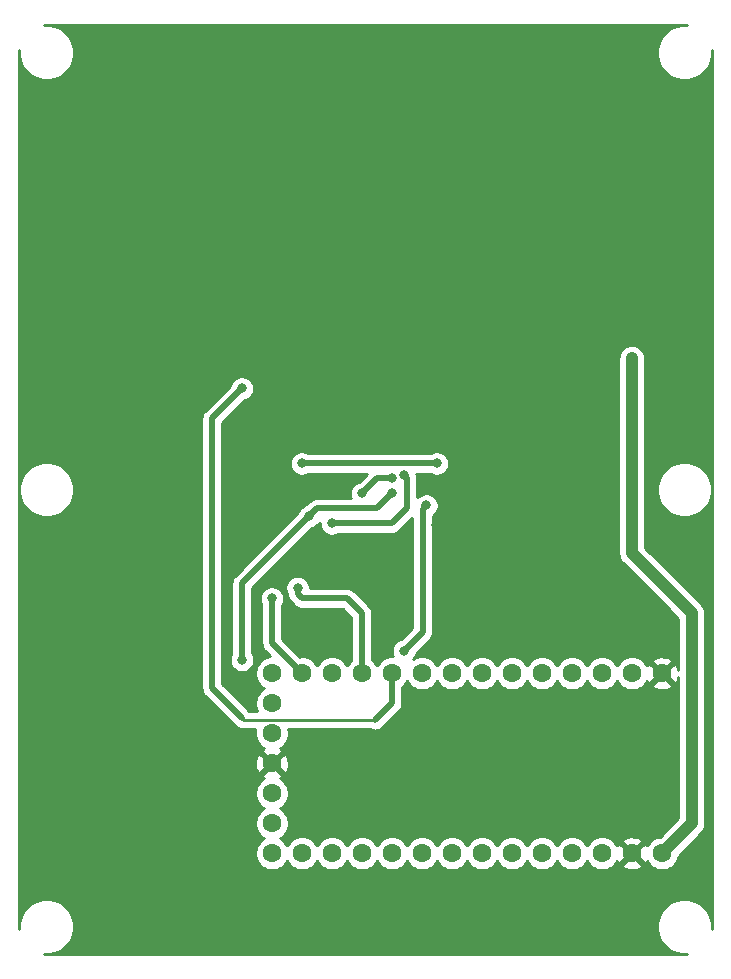
<source format=gbr>
%TF.GenerationSoftware,KiCad,Pcbnew,(5.1.9)-1*%
%TF.CreationDate,2021-08-06T16:10:44+09:00*%
%TF.ProjectId,IMU_USB_ver2,494d555f-5553-4425-9f76-6572322e6b69,rev?*%
%TF.SameCoordinates,Original*%
%TF.FileFunction,Copper,L2,Bot*%
%TF.FilePolarity,Positive*%
%FSLAX46Y46*%
G04 Gerber Fmt 4.6, Leading zero omitted, Abs format (unit mm)*
G04 Created by KiCad (PCBNEW (5.1.9)-1) date 2021-08-06 16:10:44*
%MOMM*%
%LPD*%
G01*
G04 APERTURE LIST*
%TA.AperFunction,ComponentPad*%
%ADD10C,1.600000*%
%TD*%
%TA.AperFunction,ViaPad*%
%ADD11C,0.800000*%
%TD*%
%TA.AperFunction,Conductor*%
%ADD12C,1.000000*%
%TD*%
%TA.AperFunction,Conductor*%
%ADD13C,0.500000*%
%TD*%
%TA.AperFunction,Conductor*%
%ADD14C,0.250000*%
%TD*%
%TA.AperFunction,Conductor*%
%ADD15C,0.254000*%
%TD*%
%TA.AperFunction,Conductor*%
%ADD16C,0.100000*%
%TD*%
G04 APERTURE END LIST*
D10*
%TO.P,U1,17*%
%TO.N,GND*%
X132080000Y-123190000D03*
%TO.P,U1,18*%
%TO.N,Net-(U1-Pad18)*%
X132080000Y-125730000D03*
%TO.P,U1,19*%
%TO.N,Net-(U1-Pad19)*%
X132080000Y-128270000D03*
%TO.P,U1,20*%
%TO.N,SCK_13*%
X132080000Y-130810000D03*
%TO.P,U1,16*%
%TO.N,Net-(U1-Pad16)*%
X132080000Y-120650000D03*
%TO.P,U1,15*%
%TO.N,Net-(U1-Pad15)*%
X132080000Y-118110000D03*
%TO.P,U1,14*%
%TO.N,MISO_12*%
X132080000Y-115570000D03*
%TO.P,U1,21*%
%TO.N,Net-(U1-Pad21)*%
X134620000Y-130810000D03*
%TO.P,U1,22*%
%TO.N,Net-(U1-Pad22)*%
X137160000Y-130810000D03*
%TO.P,U1,23*%
%TO.N,Net-(U1-Pad23)*%
X139700000Y-130810000D03*
%TO.P,U1,24*%
%TO.N,Net-(U1-Pad24)*%
X142240000Y-130810000D03*
%TO.P,U1,25*%
%TO.N,Net-(U1-Pad25)*%
X144780000Y-130810000D03*
%TO.P,U1,26*%
%TO.N,Net-(U1-Pad26)*%
X147320000Y-130810000D03*
%TO.P,U1,27*%
%TO.N,Net-(U1-Pad27)*%
X149860000Y-130810000D03*
%TO.P,U1,28*%
%TO.N,Net-(U1-Pad28)*%
X152400000Y-130810000D03*
%TO.P,U1,29*%
%TO.N,Net-(U1-Pad29)*%
X154940000Y-130810000D03*
%TO.P,U1,30*%
%TO.N,Net-(U1-Pad30)*%
X157480000Y-130810000D03*
%TO.P,U1,31*%
%TO.N,Net-(U1-Pad31)*%
X160020000Y-130810000D03*
%TO.P,U1,32*%
%TO.N,GND*%
X162560000Y-130810000D03*
%TO.P,U1,33*%
%TO.N,+5V*%
X165100000Y-130810000D03*
%TO.P,U1,13*%
%TO.N,MOSI_11*%
X134620000Y-115570000D03*
%TO.P,U1,12*%
%TO.N,CS2*%
X137160000Y-115570000D03*
%TO.P,U1,11*%
%TO.N,CS1*%
X139700000Y-115570000D03*
%TO.P,U1,10*%
%TO.N,EXTRESN_2*%
X142240000Y-115570000D03*
%TO.P,U1,9*%
%TO.N,EXTRESN_1*%
X144780000Y-115570000D03*
%TO.P,U1,8*%
%TO.N,Net-(U1-Pad8)*%
X147320000Y-115570000D03*
%TO.P,U1,7*%
%TO.N,Net-(U1-Pad7)*%
X149860000Y-115570000D03*
%TO.P,U1,6*%
%TO.N,Net-(U1-Pad6)*%
X152400000Y-115570000D03*
%TO.P,U1,5*%
%TO.N,Net-(U1-Pad5)*%
X154940000Y-115570000D03*
%TO.P,U1,4*%
%TO.N,Net-(U1-Pad4)*%
X157480000Y-115570000D03*
%TO.P,U1,3*%
%TO.N,Net-(U1-Pad3)*%
X160020000Y-115570000D03*
%TO.P,U1,2*%
%TO.N,Net-(U1-Pad2)*%
X162560000Y-115570000D03*
%TO.P,U1,1*%
%TO.N,GND*%
X165100000Y-115570000D03*
%TD*%
D11*
%TO.N,GND*%
X163000000Y-74000000D03*
X163000000Y-76000000D03*
X163000000Y-78000000D03*
X163000000Y-80000000D03*
X161000000Y-80000000D03*
X161000000Y-78000000D03*
X159000000Y-78000000D03*
X157000000Y-78000000D03*
X157000000Y-80000000D03*
X159000000Y-80000000D03*
X155000000Y-80000000D03*
X155000000Y-78000000D03*
X153000000Y-78000000D03*
X153000000Y-80000000D03*
X153000000Y-76000000D03*
X153000000Y-74000000D03*
X153000000Y-72000000D03*
X155000000Y-72000000D03*
X155000000Y-74000000D03*
X155000000Y-76000000D03*
X157000000Y-72000000D03*
X159000000Y-72000000D03*
X161000000Y-72000000D03*
X147000000Y-82000000D03*
X138000000Y-82000000D03*
X147000000Y-74000000D03*
X138000000Y-74000000D03*
X153000000Y-85000000D03*
X153000000Y-90000000D03*
X153000000Y-95000000D03*
X153000000Y-105000000D03*
X153000000Y-110000000D03*
X158000000Y-110000000D03*
X158000000Y-105000000D03*
X158000000Y-100000000D03*
X158000000Y-95000000D03*
X158000000Y-90000000D03*
X158000000Y-85000000D03*
X148000000Y-100000000D03*
X146000000Y-103000000D03*
X148000000Y-103000000D03*
X135000000Y-100000000D03*
X137000000Y-100000000D03*
X139000000Y-99000000D03*
X163000000Y-110000000D03*
X168000000Y-72000000D03*
X168000000Y-67000000D03*
X163000000Y-67000000D03*
X163000000Y-62000000D03*
X158000000Y-62000000D03*
X153000000Y-62000000D03*
X143000000Y-62000000D03*
X143000000Y-67000000D03*
X138000000Y-67000000D03*
X138000000Y-62000000D03*
X133000000Y-62000000D03*
X128000000Y-62000000D03*
X123000000Y-62000000D03*
X123000000Y-67000000D03*
X128000000Y-67000000D03*
X118000000Y-67000000D03*
X113000000Y-67000000D03*
X118000000Y-62000000D03*
X118000000Y-72000000D03*
X113000000Y-72000000D03*
X123000000Y-72000000D03*
X128000000Y-72000000D03*
X128000000Y-77000000D03*
X123000000Y-77000000D03*
X118000000Y-77000000D03*
X113000000Y-77000000D03*
X113000000Y-82000000D03*
X113000000Y-87000000D03*
X113000000Y-92000000D03*
X118000000Y-92000000D03*
X118000000Y-97000000D03*
X118000000Y-102000000D03*
X118000000Y-107000000D03*
X113000000Y-107000000D03*
X118000000Y-82000000D03*
X118000000Y-87000000D03*
X128000000Y-82000000D03*
X128000000Y-87000000D03*
X118000000Y-112000000D03*
X113000000Y-112000000D03*
X113000000Y-117000000D03*
X113000000Y-122000000D03*
X118000000Y-122000000D03*
X123000000Y-117000000D03*
X128000000Y-122000000D03*
X128000000Y-127000000D03*
X123000000Y-127000000D03*
X118000000Y-127000000D03*
X113000000Y-127000000D03*
X113000000Y-132000000D03*
X118000000Y-132000000D03*
X123000000Y-132000000D03*
X128000000Y-132000000D03*
X130000000Y-97000000D03*
X130000000Y-95000000D03*
X130000000Y-93000000D03*
X132000000Y-93000000D03*
X132000000Y-97000000D03*
X132000000Y-99000000D03*
X128000000Y-134000000D03*
X133000000Y-134000000D03*
X138000000Y-134000000D03*
X143000000Y-134000000D03*
X153000000Y-134000000D03*
X158000000Y-134000000D03*
X132000000Y-101000000D03*
X132000000Y-103000000D03*
X130000000Y-103000000D03*
X130000000Y-105000000D03*
X149000000Y-113000000D03*
X149000000Y-111000000D03*
X149000000Y-109000000D03*
X149000000Y-107000000D03*
X146431000Y-99949000D03*
%TO.N,+5V*%
X162560000Y-88900000D03*
%TO.N,+3V3*%
X142250000Y-99050000D03*
X139700000Y-100330000D03*
%TO.N,SCK_13*%
X142240000Y-100330000D03*
X129540000Y-114420427D03*
X135250000Y-102240000D03*
%TO.N,MISO_12*%
X143250000Y-98800000D03*
X137160000Y-102870000D03*
%TO.N,MOSI_11*%
X132080000Y-109220000D03*
X134620000Y-97790000D03*
X146050000Y-97790000D03*
%TO.N,CS2*%
X143256000Y-113665000D03*
X145161000Y-101346000D03*
%TO.N,CS1*%
X134250000Y-108320000D03*
%TO.N,EXTRESN_2*%
X129540000Y-91440000D03*
%TD*%
D12*
%TO.N,+5V*%
X162560000Y-88900000D02*
X162560000Y-105410000D01*
X165100000Y-130810000D02*
X167640000Y-128270000D01*
X167640000Y-110490000D02*
X166370000Y-109220000D01*
X167640000Y-128270000D02*
X167640000Y-110490000D01*
X162560000Y-105410000D02*
X166370000Y-109220000D01*
D13*
%TO.N,+3V3*%
X140980000Y-99050000D02*
X142250000Y-99050000D01*
X139700000Y-100330000D02*
X140980000Y-99050000D01*
%TO.N,SCK_13*%
X135890000Y-101600000D02*
X140970000Y-101600000D01*
X140970000Y-101600000D02*
X142240000Y-100330000D01*
X142240000Y-100330000D02*
X142240000Y-100330000D01*
X129540000Y-107950000D02*
X129540000Y-114420427D01*
X135250000Y-102240000D02*
X135890000Y-101600000D01*
X135250000Y-102240000D02*
X129540000Y-107950000D01*
%TO.N,MISO_12*%
X143510000Y-99060000D02*
X143250000Y-98800000D01*
X143510000Y-101600000D02*
X143510000Y-99060000D01*
X142240000Y-102870000D02*
X143510000Y-101600000D01*
X137160000Y-102870000D02*
X142240000Y-102870000D01*
%TO.N,MOSI_11*%
X134620000Y-97790000D02*
X144780000Y-97790000D01*
X144780000Y-97790000D02*
X146050000Y-97790000D01*
X146050000Y-97790000D02*
X146050000Y-97790000D01*
X132080000Y-113030000D02*
X134620000Y-115570000D01*
X132080000Y-109220000D02*
X132080000Y-113030000D01*
%TO.N,CS2*%
X144850001Y-112070999D02*
X144850001Y-101656999D01*
X143256000Y-113665000D02*
X144850001Y-112070999D01*
X144850001Y-101656999D02*
X145161000Y-101346000D01*
X145161000Y-101346000D02*
X145161000Y-101346000D01*
%TO.N,CS1*%
X134250000Y-108850000D02*
X134620000Y-109220000D01*
X134250000Y-108320000D02*
X134250000Y-108850000D01*
X134620000Y-109220000D02*
X138430000Y-109220000D01*
X139700000Y-110490000D02*
X139700000Y-115570000D01*
X138430000Y-109220000D02*
X139700000Y-110490000D01*
D14*
%TO.N,EXTRESN_2*%
X140825001Y-119524999D02*
X129684999Y-119524999D01*
X129684999Y-119524999D02*
X128270000Y-118110000D01*
X129540000Y-91440000D02*
X129540000Y-91440000D01*
D13*
X128270000Y-118110000D02*
X129540000Y-119380000D01*
X142240000Y-118110000D02*
X140825001Y-119524999D01*
X142240000Y-115570000D02*
X142240000Y-118110000D01*
X127000000Y-93980000D02*
X127000000Y-96730000D01*
X129540000Y-91440000D02*
X127000000Y-93980000D01*
X128270000Y-118110000D02*
X127000000Y-116840000D01*
X127000000Y-96730000D02*
X127000000Y-116840000D01*
%TD*%
D15*
%TO.N,GND*%
X167184137Y-60681220D02*
X166771620Y-60681220D01*
X166323637Y-60770329D01*
X165901646Y-60945123D01*
X165521864Y-61198886D01*
X165198886Y-61521864D01*
X164945123Y-61901646D01*
X164770329Y-62323637D01*
X164681220Y-62771620D01*
X164681220Y-63228380D01*
X164770329Y-63676363D01*
X164945123Y-64098354D01*
X165198886Y-64478136D01*
X165521864Y-64801114D01*
X165901646Y-65054877D01*
X166323637Y-65229671D01*
X166771620Y-65318780D01*
X167228380Y-65318780D01*
X167676363Y-65229671D01*
X168098354Y-65054877D01*
X168478136Y-64801114D01*
X168801114Y-64478136D01*
X169054877Y-64098354D01*
X169229671Y-63676363D01*
X169318780Y-63228380D01*
X169318780Y-62812445D01*
X169340000Y-63014344D01*
X169340001Y-136967711D01*
X169318780Y-137184137D01*
X169318780Y-136771620D01*
X169229671Y-136323637D01*
X169054877Y-135901646D01*
X168801114Y-135521864D01*
X168478136Y-135198886D01*
X168098354Y-134945123D01*
X167676363Y-134770329D01*
X167228380Y-134681220D01*
X166771620Y-134681220D01*
X166323637Y-134770329D01*
X165901646Y-134945123D01*
X165521864Y-135198886D01*
X165198886Y-135521864D01*
X164945123Y-135901646D01*
X164770329Y-136323637D01*
X164681220Y-136771620D01*
X164681220Y-137228380D01*
X164770329Y-137676363D01*
X164945123Y-138098354D01*
X165198886Y-138478136D01*
X165521864Y-138801114D01*
X165901646Y-139054877D01*
X166323637Y-139229671D01*
X166771620Y-139318780D01*
X167187560Y-139318780D01*
X166985664Y-139340000D01*
X113032279Y-139340000D01*
X112815863Y-139318780D01*
X113228380Y-139318780D01*
X113676363Y-139229671D01*
X114098354Y-139054877D01*
X114478136Y-138801114D01*
X114801114Y-138478136D01*
X115054877Y-138098354D01*
X115229671Y-137676363D01*
X115318780Y-137228380D01*
X115318780Y-136771620D01*
X115229671Y-136323637D01*
X115054877Y-135901646D01*
X114801114Y-135521864D01*
X114478136Y-135198886D01*
X114098354Y-134945123D01*
X113676363Y-134770329D01*
X113228380Y-134681220D01*
X112771620Y-134681220D01*
X112323637Y-134770329D01*
X111901646Y-134945123D01*
X111521864Y-135198886D01*
X111198886Y-135521864D01*
X110945123Y-135901646D01*
X110770329Y-136323637D01*
X110681220Y-136771620D01*
X110681220Y-137187560D01*
X110660000Y-136985664D01*
X110660000Y-125588665D01*
X130645000Y-125588665D01*
X130645000Y-125871335D01*
X130700147Y-126148574D01*
X130808320Y-126409727D01*
X130965363Y-126644759D01*
X131165241Y-126844637D01*
X131397759Y-127000000D01*
X131165241Y-127155363D01*
X130965363Y-127355241D01*
X130808320Y-127590273D01*
X130700147Y-127851426D01*
X130645000Y-128128665D01*
X130645000Y-128411335D01*
X130700147Y-128688574D01*
X130808320Y-128949727D01*
X130965363Y-129184759D01*
X131165241Y-129384637D01*
X131397759Y-129540000D01*
X131165241Y-129695363D01*
X130965363Y-129895241D01*
X130808320Y-130130273D01*
X130700147Y-130391426D01*
X130645000Y-130668665D01*
X130645000Y-130951335D01*
X130700147Y-131228574D01*
X130808320Y-131489727D01*
X130965363Y-131724759D01*
X131165241Y-131924637D01*
X131400273Y-132081680D01*
X131661426Y-132189853D01*
X131938665Y-132245000D01*
X132221335Y-132245000D01*
X132498574Y-132189853D01*
X132759727Y-132081680D01*
X132994759Y-131924637D01*
X133194637Y-131724759D01*
X133350000Y-131492241D01*
X133505363Y-131724759D01*
X133705241Y-131924637D01*
X133940273Y-132081680D01*
X134201426Y-132189853D01*
X134478665Y-132245000D01*
X134761335Y-132245000D01*
X135038574Y-132189853D01*
X135299727Y-132081680D01*
X135534759Y-131924637D01*
X135734637Y-131724759D01*
X135890000Y-131492241D01*
X136045363Y-131724759D01*
X136245241Y-131924637D01*
X136480273Y-132081680D01*
X136741426Y-132189853D01*
X137018665Y-132245000D01*
X137301335Y-132245000D01*
X137578574Y-132189853D01*
X137839727Y-132081680D01*
X138074759Y-131924637D01*
X138274637Y-131724759D01*
X138430000Y-131492241D01*
X138585363Y-131724759D01*
X138785241Y-131924637D01*
X139020273Y-132081680D01*
X139281426Y-132189853D01*
X139558665Y-132245000D01*
X139841335Y-132245000D01*
X140118574Y-132189853D01*
X140379727Y-132081680D01*
X140614759Y-131924637D01*
X140814637Y-131724759D01*
X140970000Y-131492241D01*
X141125363Y-131724759D01*
X141325241Y-131924637D01*
X141560273Y-132081680D01*
X141821426Y-132189853D01*
X142098665Y-132245000D01*
X142381335Y-132245000D01*
X142658574Y-132189853D01*
X142919727Y-132081680D01*
X143154759Y-131924637D01*
X143354637Y-131724759D01*
X143510000Y-131492241D01*
X143665363Y-131724759D01*
X143865241Y-131924637D01*
X144100273Y-132081680D01*
X144361426Y-132189853D01*
X144638665Y-132245000D01*
X144921335Y-132245000D01*
X145198574Y-132189853D01*
X145459727Y-132081680D01*
X145694759Y-131924637D01*
X145894637Y-131724759D01*
X146050000Y-131492241D01*
X146205363Y-131724759D01*
X146405241Y-131924637D01*
X146640273Y-132081680D01*
X146901426Y-132189853D01*
X147178665Y-132245000D01*
X147461335Y-132245000D01*
X147738574Y-132189853D01*
X147999727Y-132081680D01*
X148234759Y-131924637D01*
X148434637Y-131724759D01*
X148590000Y-131492241D01*
X148745363Y-131724759D01*
X148945241Y-131924637D01*
X149180273Y-132081680D01*
X149441426Y-132189853D01*
X149718665Y-132245000D01*
X150001335Y-132245000D01*
X150278574Y-132189853D01*
X150539727Y-132081680D01*
X150774759Y-131924637D01*
X150974637Y-131724759D01*
X151130000Y-131492241D01*
X151285363Y-131724759D01*
X151485241Y-131924637D01*
X151720273Y-132081680D01*
X151981426Y-132189853D01*
X152258665Y-132245000D01*
X152541335Y-132245000D01*
X152818574Y-132189853D01*
X153079727Y-132081680D01*
X153314759Y-131924637D01*
X153514637Y-131724759D01*
X153670000Y-131492241D01*
X153825363Y-131724759D01*
X154025241Y-131924637D01*
X154260273Y-132081680D01*
X154521426Y-132189853D01*
X154798665Y-132245000D01*
X155081335Y-132245000D01*
X155358574Y-132189853D01*
X155619727Y-132081680D01*
X155854759Y-131924637D01*
X156054637Y-131724759D01*
X156210000Y-131492241D01*
X156365363Y-131724759D01*
X156565241Y-131924637D01*
X156800273Y-132081680D01*
X157061426Y-132189853D01*
X157338665Y-132245000D01*
X157621335Y-132245000D01*
X157898574Y-132189853D01*
X158159727Y-132081680D01*
X158394759Y-131924637D01*
X158594637Y-131724759D01*
X158750000Y-131492241D01*
X158905363Y-131724759D01*
X159105241Y-131924637D01*
X159340273Y-132081680D01*
X159601426Y-132189853D01*
X159878665Y-132245000D01*
X160161335Y-132245000D01*
X160438574Y-132189853D01*
X160699727Y-132081680D01*
X160934759Y-131924637D01*
X161056694Y-131802702D01*
X161746903Y-131802702D01*
X161818486Y-132046671D01*
X162073996Y-132167571D01*
X162348184Y-132236300D01*
X162630512Y-132250217D01*
X162910130Y-132208787D01*
X163176292Y-132113603D01*
X163301514Y-132046671D01*
X163373097Y-131802702D01*
X162560000Y-130989605D01*
X161746903Y-131802702D01*
X161056694Y-131802702D01*
X161134637Y-131724759D01*
X161290915Y-131490872D01*
X161323329Y-131551514D01*
X161567298Y-131623097D01*
X162380395Y-130810000D01*
X161567298Y-129996903D01*
X161323329Y-130068486D01*
X161292806Y-130132992D01*
X161291680Y-130130273D01*
X161134637Y-129895241D01*
X161056694Y-129817298D01*
X161746903Y-129817298D01*
X162560000Y-130630395D01*
X163373097Y-129817298D01*
X163301514Y-129573329D01*
X163046004Y-129452429D01*
X162771816Y-129383700D01*
X162489488Y-129369783D01*
X162209870Y-129411213D01*
X161943708Y-129506397D01*
X161818486Y-129573329D01*
X161746903Y-129817298D01*
X161056694Y-129817298D01*
X160934759Y-129695363D01*
X160699727Y-129538320D01*
X160438574Y-129430147D01*
X160161335Y-129375000D01*
X159878665Y-129375000D01*
X159601426Y-129430147D01*
X159340273Y-129538320D01*
X159105241Y-129695363D01*
X158905363Y-129895241D01*
X158750000Y-130127759D01*
X158594637Y-129895241D01*
X158394759Y-129695363D01*
X158159727Y-129538320D01*
X157898574Y-129430147D01*
X157621335Y-129375000D01*
X157338665Y-129375000D01*
X157061426Y-129430147D01*
X156800273Y-129538320D01*
X156565241Y-129695363D01*
X156365363Y-129895241D01*
X156210000Y-130127759D01*
X156054637Y-129895241D01*
X155854759Y-129695363D01*
X155619727Y-129538320D01*
X155358574Y-129430147D01*
X155081335Y-129375000D01*
X154798665Y-129375000D01*
X154521426Y-129430147D01*
X154260273Y-129538320D01*
X154025241Y-129695363D01*
X153825363Y-129895241D01*
X153670000Y-130127759D01*
X153514637Y-129895241D01*
X153314759Y-129695363D01*
X153079727Y-129538320D01*
X152818574Y-129430147D01*
X152541335Y-129375000D01*
X152258665Y-129375000D01*
X151981426Y-129430147D01*
X151720273Y-129538320D01*
X151485241Y-129695363D01*
X151285363Y-129895241D01*
X151130000Y-130127759D01*
X150974637Y-129895241D01*
X150774759Y-129695363D01*
X150539727Y-129538320D01*
X150278574Y-129430147D01*
X150001335Y-129375000D01*
X149718665Y-129375000D01*
X149441426Y-129430147D01*
X149180273Y-129538320D01*
X148945241Y-129695363D01*
X148745363Y-129895241D01*
X148590000Y-130127759D01*
X148434637Y-129895241D01*
X148234759Y-129695363D01*
X147999727Y-129538320D01*
X147738574Y-129430147D01*
X147461335Y-129375000D01*
X147178665Y-129375000D01*
X146901426Y-129430147D01*
X146640273Y-129538320D01*
X146405241Y-129695363D01*
X146205363Y-129895241D01*
X146050000Y-130127759D01*
X145894637Y-129895241D01*
X145694759Y-129695363D01*
X145459727Y-129538320D01*
X145198574Y-129430147D01*
X144921335Y-129375000D01*
X144638665Y-129375000D01*
X144361426Y-129430147D01*
X144100273Y-129538320D01*
X143865241Y-129695363D01*
X143665363Y-129895241D01*
X143510000Y-130127759D01*
X143354637Y-129895241D01*
X143154759Y-129695363D01*
X142919727Y-129538320D01*
X142658574Y-129430147D01*
X142381335Y-129375000D01*
X142098665Y-129375000D01*
X141821426Y-129430147D01*
X141560273Y-129538320D01*
X141325241Y-129695363D01*
X141125363Y-129895241D01*
X140970000Y-130127759D01*
X140814637Y-129895241D01*
X140614759Y-129695363D01*
X140379727Y-129538320D01*
X140118574Y-129430147D01*
X139841335Y-129375000D01*
X139558665Y-129375000D01*
X139281426Y-129430147D01*
X139020273Y-129538320D01*
X138785241Y-129695363D01*
X138585363Y-129895241D01*
X138430000Y-130127759D01*
X138274637Y-129895241D01*
X138074759Y-129695363D01*
X137839727Y-129538320D01*
X137578574Y-129430147D01*
X137301335Y-129375000D01*
X137018665Y-129375000D01*
X136741426Y-129430147D01*
X136480273Y-129538320D01*
X136245241Y-129695363D01*
X136045363Y-129895241D01*
X135890000Y-130127759D01*
X135734637Y-129895241D01*
X135534759Y-129695363D01*
X135299727Y-129538320D01*
X135038574Y-129430147D01*
X134761335Y-129375000D01*
X134478665Y-129375000D01*
X134201426Y-129430147D01*
X133940273Y-129538320D01*
X133705241Y-129695363D01*
X133505363Y-129895241D01*
X133350000Y-130127759D01*
X133194637Y-129895241D01*
X132994759Y-129695363D01*
X132762241Y-129540000D01*
X132994759Y-129384637D01*
X133194637Y-129184759D01*
X133351680Y-128949727D01*
X133459853Y-128688574D01*
X133515000Y-128411335D01*
X133515000Y-128128665D01*
X133459853Y-127851426D01*
X133351680Y-127590273D01*
X133194637Y-127355241D01*
X132994759Y-127155363D01*
X132762241Y-127000000D01*
X132994759Y-126844637D01*
X133194637Y-126644759D01*
X133351680Y-126409727D01*
X133459853Y-126148574D01*
X133515000Y-125871335D01*
X133515000Y-125588665D01*
X133459853Y-125311426D01*
X133351680Y-125050273D01*
X133194637Y-124815241D01*
X132994759Y-124615363D01*
X132760872Y-124459085D01*
X132821514Y-124426671D01*
X132893097Y-124182702D01*
X132080000Y-123369605D01*
X131266903Y-124182702D01*
X131338486Y-124426671D01*
X131402992Y-124457194D01*
X131400273Y-124458320D01*
X131165241Y-124615363D01*
X130965363Y-124815241D01*
X130808320Y-125050273D01*
X130700147Y-125311426D01*
X130645000Y-125588665D01*
X110660000Y-125588665D01*
X110660000Y-123260512D01*
X130639783Y-123260512D01*
X130681213Y-123540130D01*
X130776397Y-123806292D01*
X130843329Y-123931514D01*
X131087298Y-124003097D01*
X131900395Y-123190000D01*
X132259605Y-123190000D01*
X133072702Y-124003097D01*
X133316671Y-123931514D01*
X133437571Y-123676004D01*
X133506300Y-123401816D01*
X133520217Y-123119488D01*
X133478787Y-122839870D01*
X133383603Y-122573708D01*
X133316671Y-122448486D01*
X133072702Y-122376903D01*
X132259605Y-123190000D01*
X131900395Y-123190000D01*
X131087298Y-122376903D01*
X130843329Y-122448486D01*
X130722429Y-122703996D01*
X130653700Y-122978184D01*
X130639783Y-123260512D01*
X110660000Y-123260512D01*
X110660000Y-99771620D01*
X110681220Y-99771620D01*
X110681220Y-100228380D01*
X110770329Y-100676363D01*
X110945123Y-101098354D01*
X111198886Y-101478136D01*
X111521864Y-101801114D01*
X111901646Y-102054877D01*
X112323637Y-102229671D01*
X112771620Y-102318780D01*
X113228380Y-102318780D01*
X113676363Y-102229671D01*
X114098354Y-102054877D01*
X114478136Y-101801114D01*
X114801114Y-101478136D01*
X115054877Y-101098354D01*
X115229671Y-100676363D01*
X115318780Y-100228380D01*
X115318780Y-99771620D01*
X115229671Y-99323637D01*
X115054877Y-98901646D01*
X114801114Y-98521864D01*
X114478136Y-98198886D01*
X114098354Y-97945123D01*
X113676363Y-97770329D01*
X113228380Y-97681220D01*
X112771620Y-97681220D01*
X112323637Y-97770329D01*
X111901646Y-97945123D01*
X111521864Y-98198886D01*
X111198886Y-98521864D01*
X110945123Y-98901646D01*
X110770329Y-99323637D01*
X110681220Y-99771620D01*
X110660000Y-99771620D01*
X110660000Y-93980000D01*
X126110719Y-93980000D01*
X126115000Y-94023469D01*
X126115001Y-96686514D01*
X126115000Y-96686524D01*
X126115001Y-116796521D01*
X126110719Y-116840000D01*
X126127805Y-117013490D01*
X126178412Y-117180313D01*
X126260590Y-117334059D01*
X126343468Y-117435046D01*
X126343471Y-117435049D01*
X126371184Y-117468817D01*
X126404951Y-117496529D01*
X127674953Y-118766532D01*
X127674958Y-118766536D01*
X128944953Y-120036532D01*
X129045940Y-120119410D01*
X129199686Y-120201588D01*
X129366509Y-120252194D01*
X129511051Y-120266430D01*
X129536013Y-120274002D01*
X129647666Y-120284999D01*
X129647674Y-120284999D01*
X129684999Y-120288675D01*
X129722324Y-120284999D01*
X130689491Y-120284999D01*
X130645000Y-120508665D01*
X130645000Y-120791335D01*
X130700147Y-121068574D01*
X130808320Y-121329727D01*
X130965363Y-121564759D01*
X131165241Y-121764637D01*
X131399128Y-121920915D01*
X131338486Y-121953329D01*
X131266903Y-122197298D01*
X132080000Y-123010395D01*
X132893097Y-122197298D01*
X132821514Y-121953329D01*
X132757008Y-121922806D01*
X132759727Y-121921680D01*
X132994759Y-121764637D01*
X133194637Y-121564759D01*
X133351680Y-121329727D01*
X133459853Y-121068574D01*
X133515000Y-120791335D01*
X133515000Y-120508665D01*
X133470509Y-120284999D01*
X140369464Y-120284999D01*
X140484688Y-120346587D01*
X140651511Y-120397194D01*
X140825001Y-120414280D01*
X140998491Y-120397194D01*
X141165314Y-120346587D01*
X141319060Y-120264409D01*
X141420047Y-120181531D01*
X142835049Y-118766530D01*
X142868817Y-118738817D01*
X142896533Y-118705046D01*
X142979411Y-118604059D01*
X143061588Y-118450314D01*
X143061589Y-118450313D01*
X143112195Y-118283490D01*
X143125000Y-118153477D01*
X143125000Y-118153469D01*
X143129281Y-118110000D01*
X143125000Y-118066531D01*
X143125000Y-116704521D01*
X143154759Y-116684637D01*
X143354637Y-116484759D01*
X143510000Y-116252241D01*
X143665363Y-116484759D01*
X143865241Y-116684637D01*
X144100273Y-116841680D01*
X144361426Y-116949853D01*
X144638665Y-117005000D01*
X144921335Y-117005000D01*
X145198574Y-116949853D01*
X145459727Y-116841680D01*
X145694759Y-116684637D01*
X145894637Y-116484759D01*
X146050000Y-116252241D01*
X146205363Y-116484759D01*
X146405241Y-116684637D01*
X146640273Y-116841680D01*
X146901426Y-116949853D01*
X147178665Y-117005000D01*
X147461335Y-117005000D01*
X147738574Y-116949853D01*
X147999727Y-116841680D01*
X148234759Y-116684637D01*
X148434637Y-116484759D01*
X148590000Y-116252241D01*
X148745363Y-116484759D01*
X148945241Y-116684637D01*
X149180273Y-116841680D01*
X149441426Y-116949853D01*
X149718665Y-117005000D01*
X150001335Y-117005000D01*
X150278574Y-116949853D01*
X150539727Y-116841680D01*
X150774759Y-116684637D01*
X150974637Y-116484759D01*
X151130000Y-116252241D01*
X151285363Y-116484759D01*
X151485241Y-116684637D01*
X151720273Y-116841680D01*
X151981426Y-116949853D01*
X152258665Y-117005000D01*
X152541335Y-117005000D01*
X152818574Y-116949853D01*
X153079727Y-116841680D01*
X153314759Y-116684637D01*
X153514637Y-116484759D01*
X153670000Y-116252241D01*
X153825363Y-116484759D01*
X154025241Y-116684637D01*
X154260273Y-116841680D01*
X154521426Y-116949853D01*
X154798665Y-117005000D01*
X155081335Y-117005000D01*
X155358574Y-116949853D01*
X155619727Y-116841680D01*
X155854759Y-116684637D01*
X156054637Y-116484759D01*
X156210000Y-116252241D01*
X156365363Y-116484759D01*
X156565241Y-116684637D01*
X156800273Y-116841680D01*
X157061426Y-116949853D01*
X157338665Y-117005000D01*
X157621335Y-117005000D01*
X157898574Y-116949853D01*
X158159727Y-116841680D01*
X158394759Y-116684637D01*
X158594637Y-116484759D01*
X158750000Y-116252241D01*
X158905363Y-116484759D01*
X159105241Y-116684637D01*
X159340273Y-116841680D01*
X159601426Y-116949853D01*
X159878665Y-117005000D01*
X160161335Y-117005000D01*
X160438574Y-116949853D01*
X160699727Y-116841680D01*
X160934759Y-116684637D01*
X161134637Y-116484759D01*
X161290000Y-116252241D01*
X161445363Y-116484759D01*
X161645241Y-116684637D01*
X161880273Y-116841680D01*
X162141426Y-116949853D01*
X162418665Y-117005000D01*
X162701335Y-117005000D01*
X162978574Y-116949853D01*
X163239727Y-116841680D01*
X163474759Y-116684637D01*
X163596694Y-116562702D01*
X164286903Y-116562702D01*
X164358486Y-116806671D01*
X164613996Y-116927571D01*
X164888184Y-116996300D01*
X165170512Y-117010217D01*
X165450130Y-116968787D01*
X165716292Y-116873603D01*
X165841514Y-116806671D01*
X165913097Y-116562702D01*
X165100000Y-115749605D01*
X164286903Y-116562702D01*
X163596694Y-116562702D01*
X163674637Y-116484759D01*
X163830915Y-116250872D01*
X163863329Y-116311514D01*
X164107298Y-116383097D01*
X164920395Y-115570000D01*
X164107298Y-114756903D01*
X163863329Y-114828486D01*
X163832806Y-114892992D01*
X163831680Y-114890273D01*
X163674637Y-114655241D01*
X163596694Y-114577298D01*
X164286903Y-114577298D01*
X165100000Y-115390395D01*
X165913097Y-114577298D01*
X165841514Y-114333329D01*
X165586004Y-114212429D01*
X165311816Y-114143700D01*
X165029488Y-114129783D01*
X164749870Y-114171213D01*
X164483708Y-114266397D01*
X164358486Y-114333329D01*
X164286903Y-114577298D01*
X163596694Y-114577298D01*
X163474759Y-114455363D01*
X163239727Y-114298320D01*
X162978574Y-114190147D01*
X162701335Y-114135000D01*
X162418665Y-114135000D01*
X162141426Y-114190147D01*
X161880273Y-114298320D01*
X161645241Y-114455363D01*
X161445363Y-114655241D01*
X161290000Y-114887759D01*
X161134637Y-114655241D01*
X160934759Y-114455363D01*
X160699727Y-114298320D01*
X160438574Y-114190147D01*
X160161335Y-114135000D01*
X159878665Y-114135000D01*
X159601426Y-114190147D01*
X159340273Y-114298320D01*
X159105241Y-114455363D01*
X158905363Y-114655241D01*
X158750000Y-114887759D01*
X158594637Y-114655241D01*
X158394759Y-114455363D01*
X158159727Y-114298320D01*
X157898574Y-114190147D01*
X157621335Y-114135000D01*
X157338665Y-114135000D01*
X157061426Y-114190147D01*
X156800273Y-114298320D01*
X156565241Y-114455363D01*
X156365363Y-114655241D01*
X156210000Y-114887759D01*
X156054637Y-114655241D01*
X155854759Y-114455363D01*
X155619727Y-114298320D01*
X155358574Y-114190147D01*
X155081335Y-114135000D01*
X154798665Y-114135000D01*
X154521426Y-114190147D01*
X154260273Y-114298320D01*
X154025241Y-114455363D01*
X153825363Y-114655241D01*
X153670000Y-114887759D01*
X153514637Y-114655241D01*
X153314759Y-114455363D01*
X153079727Y-114298320D01*
X152818574Y-114190147D01*
X152541335Y-114135000D01*
X152258665Y-114135000D01*
X151981426Y-114190147D01*
X151720273Y-114298320D01*
X151485241Y-114455363D01*
X151285363Y-114655241D01*
X151130000Y-114887759D01*
X150974637Y-114655241D01*
X150774759Y-114455363D01*
X150539727Y-114298320D01*
X150278574Y-114190147D01*
X150001335Y-114135000D01*
X149718665Y-114135000D01*
X149441426Y-114190147D01*
X149180273Y-114298320D01*
X148945241Y-114455363D01*
X148745363Y-114655241D01*
X148590000Y-114887759D01*
X148434637Y-114655241D01*
X148234759Y-114455363D01*
X147999727Y-114298320D01*
X147738574Y-114190147D01*
X147461335Y-114135000D01*
X147178665Y-114135000D01*
X146901426Y-114190147D01*
X146640273Y-114298320D01*
X146405241Y-114455363D01*
X146205363Y-114655241D01*
X146050000Y-114887759D01*
X145894637Y-114655241D01*
X145694759Y-114455363D01*
X145459727Y-114298320D01*
X145198574Y-114190147D01*
X144921335Y-114135000D01*
X144638665Y-114135000D01*
X144361426Y-114190147D01*
X144100273Y-114298320D01*
X144058437Y-114326274D01*
X144059937Y-114324774D01*
X144173205Y-114155256D01*
X144251226Y-113966898D01*
X144262535Y-113910043D01*
X145445051Y-112727528D01*
X145478818Y-112699816D01*
X145589412Y-112565058D01*
X145671590Y-112411312D01*
X145722196Y-112244489D01*
X145735001Y-112114476D01*
X145735001Y-112114468D01*
X145739282Y-112070999D01*
X145735001Y-112027530D01*
X145735001Y-105410000D01*
X161419509Y-105410000D01*
X161441423Y-105632498D01*
X161506324Y-105846446D01*
X161506325Y-105846447D01*
X161611717Y-106043623D01*
X161753552Y-106216449D01*
X161796860Y-106251991D01*
X165606856Y-110061989D01*
X165606867Y-110061998D01*
X166505001Y-110960133D01*
X166505001Y-115261808D01*
X166498787Y-115219870D01*
X166403603Y-114953708D01*
X166336671Y-114828486D01*
X166092702Y-114756903D01*
X165279605Y-115570000D01*
X166092702Y-116383097D01*
X166336671Y-116311514D01*
X166457571Y-116056004D01*
X166505001Y-115866788D01*
X166505000Y-127799868D01*
X164922718Y-129382150D01*
X164681426Y-129430147D01*
X164420273Y-129538320D01*
X164185241Y-129695363D01*
X163985363Y-129895241D01*
X163829085Y-130129128D01*
X163796671Y-130068486D01*
X163552702Y-129996903D01*
X162739605Y-130810000D01*
X163552702Y-131623097D01*
X163796671Y-131551514D01*
X163827194Y-131487008D01*
X163828320Y-131489727D01*
X163985363Y-131724759D01*
X164185241Y-131924637D01*
X164420273Y-132081680D01*
X164681426Y-132189853D01*
X164958665Y-132245000D01*
X165241335Y-132245000D01*
X165518574Y-132189853D01*
X165779727Y-132081680D01*
X166014759Y-131924637D01*
X166214637Y-131724759D01*
X166371680Y-131489727D01*
X166479853Y-131228574D01*
X166527850Y-130987282D01*
X168403141Y-129111991D01*
X168446449Y-129076449D01*
X168588284Y-128903623D01*
X168693676Y-128706447D01*
X168758577Y-128492499D01*
X168775000Y-128325752D01*
X168775000Y-128325743D01*
X168780490Y-128270001D01*
X168775000Y-128214259D01*
X168775000Y-110545743D01*
X168780490Y-110489999D01*
X168775000Y-110434255D01*
X168775000Y-110434248D01*
X168758577Y-110267501D01*
X168693676Y-110053553D01*
X168588284Y-109856377D01*
X168446449Y-109683551D01*
X168403140Y-109648008D01*
X167211998Y-108456867D01*
X167211989Y-108456856D01*
X163695000Y-104939869D01*
X163695000Y-99771620D01*
X164681220Y-99771620D01*
X164681220Y-100228380D01*
X164770329Y-100676363D01*
X164945123Y-101098354D01*
X165198886Y-101478136D01*
X165521864Y-101801114D01*
X165901646Y-102054877D01*
X166323637Y-102229671D01*
X166771620Y-102318780D01*
X167228380Y-102318780D01*
X167676363Y-102229671D01*
X168098354Y-102054877D01*
X168478136Y-101801114D01*
X168801114Y-101478136D01*
X169054877Y-101098354D01*
X169229671Y-100676363D01*
X169318780Y-100228380D01*
X169318780Y-99771620D01*
X169229671Y-99323637D01*
X169054877Y-98901646D01*
X168801114Y-98521864D01*
X168478136Y-98198886D01*
X168098354Y-97945123D01*
X167676363Y-97770329D01*
X167228380Y-97681220D01*
X166771620Y-97681220D01*
X166323637Y-97770329D01*
X165901646Y-97945123D01*
X165521864Y-98198886D01*
X165198886Y-98521864D01*
X164945123Y-98901646D01*
X164770329Y-99323637D01*
X164681220Y-99771620D01*
X163695000Y-99771620D01*
X163695000Y-88844248D01*
X163678577Y-88677501D01*
X163613676Y-88463553D01*
X163508284Y-88266377D01*
X163366449Y-88093551D01*
X163193623Y-87951716D01*
X162996446Y-87846324D01*
X162782498Y-87781423D01*
X162560000Y-87759509D01*
X162337501Y-87781423D01*
X162123553Y-87846324D01*
X161926377Y-87951716D01*
X161753551Y-88093551D01*
X161611716Y-88266377D01*
X161506324Y-88463554D01*
X161441423Y-88677502D01*
X161425000Y-88844249D01*
X161425001Y-105354238D01*
X161419509Y-105410000D01*
X145735001Y-105410000D01*
X145735001Y-102207249D01*
X145820774Y-102149937D01*
X145964937Y-102005774D01*
X146078205Y-101836256D01*
X146156226Y-101647898D01*
X146196000Y-101447939D01*
X146196000Y-101244061D01*
X146156226Y-101044102D01*
X146078205Y-100855744D01*
X145964937Y-100686226D01*
X145820774Y-100542063D01*
X145651256Y-100428795D01*
X145462898Y-100350774D01*
X145262939Y-100311000D01*
X145059061Y-100311000D01*
X144859102Y-100350774D01*
X144670744Y-100428795D01*
X144501226Y-100542063D01*
X144395000Y-100648289D01*
X144395000Y-99103469D01*
X144399281Y-99060000D01*
X144395000Y-99016531D01*
X144395000Y-99016523D01*
X144382195Y-98886510D01*
X144331589Y-98719687D01*
X144307704Y-98675000D01*
X145511546Y-98675000D01*
X145559744Y-98707205D01*
X145748102Y-98785226D01*
X145948061Y-98825000D01*
X146151939Y-98825000D01*
X146351898Y-98785226D01*
X146540256Y-98707205D01*
X146709774Y-98593937D01*
X146853937Y-98449774D01*
X146967205Y-98280256D01*
X147045226Y-98091898D01*
X147085000Y-97891939D01*
X147085000Y-97688061D01*
X147045226Y-97488102D01*
X146967205Y-97299744D01*
X146853937Y-97130226D01*
X146709774Y-96986063D01*
X146540256Y-96872795D01*
X146351898Y-96794774D01*
X146151939Y-96755000D01*
X145948061Y-96755000D01*
X145748102Y-96794774D01*
X145559744Y-96872795D01*
X145511546Y-96905000D01*
X135158454Y-96905000D01*
X135110256Y-96872795D01*
X134921898Y-96794774D01*
X134721939Y-96755000D01*
X134518061Y-96755000D01*
X134318102Y-96794774D01*
X134129744Y-96872795D01*
X133960226Y-96986063D01*
X133816063Y-97130226D01*
X133702795Y-97299744D01*
X133624774Y-97488102D01*
X133585000Y-97688061D01*
X133585000Y-97891939D01*
X133624774Y-98091898D01*
X133702795Y-98280256D01*
X133816063Y-98449774D01*
X133960226Y-98593937D01*
X134129744Y-98707205D01*
X134318102Y-98785226D01*
X134518061Y-98825000D01*
X134721939Y-98825000D01*
X134921898Y-98785226D01*
X135110256Y-98707205D01*
X135158454Y-98675000D01*
X140103421Y-98675000D01*
X139454957Y-99323465D01*
X139398102Y-99334774D01*
X139209744Y-99412795D01*
X139040226Y-99526063D01*
X138896063Y-99670226D01*
X138782795Y-99839744D01*
X138704774Y-100028102D01*
X138665000Y-100228061D01*
X138665000Y-100431939D01*
X138704774Y-100631898D01*
X138739196Y-100715000D01*
X135933469Y-100715000D01*
X135890000Y-100710719D01*
X135846531Y-100715000D01*
X135846523Y-100715000D01*
X135716510Y-100727805D01*
X135549686Y-100778411D01*
X135395941Y-100860589D01*
X135294953Y-100943468D01*
X135294951Y-100943470D01*
X135261183Y-100971183D01*
X135233470Y-101004951D01*
X135004956Y-101233465D01*
X134948102Y-101244774D01*
X134759744Y-101322795D01*
X134590226Y-101436063D01*
X134446063Y-101580226D01*
X134332795Y-101749744D01*
X134254774Y-101938102D01*
X134243465Y-101994956D01*
X128944956Y-107293466D01*
X128911183Y-107321183D01*
X128800589Y-107455942D01*
X128718411Y-107609688D01*
X128667805Y-107776511D01*
X128655000Y-107906524D01*
X128655000Y-107906531D01*
X128650719Y-107950000D01*
X128655000Y-107993469D01*
X128655001Y-113881971D01*
X128622795Y-113930171D01*
X128544774Y-114118529D01*
X128505000Y-114318488D01*
X128505000Y-114522366D01*
X128544774Y-114722325D01*
X128622795Y-114910683D01*
X128736063Y-115080201D01*
X128880226Y-115224364D01*
X129049744Y-115337632D01*
X129238102Y-115415653D01*
X129438061Y-115455427D01*
X129641939Y-115455427D01*
X129841898Y-115415653D01*
X130030256Y-115337632D01*
X130199774Y-115224364D01*
X130343937Y-115080201D01*
X130457205Y-114910683D01*
X130535226Y-114722325D01*
X130575000Y-114522366D01*
X130575000Y-114318488D01*
X130535226Y-114118529D01*
X130457205Y-113930171D01*
X130425000Y-113881973D01*
X130425000Y-108316578D01*
X135495044Y-103246535D01*
X135551898Y-103235226D01*
X135740256Y-103157205D01*
X135909774Y-103043937D01*
X136053937Y-102899774D01*
X136125000Y-102793420D01*
X136125000Y-102971939D01*
X136164774Y-103171898D01*
X136242795Y-103360256D01*
X136356063Y-103529774D01*
X136500226Y-103673937D01*
X136669744Y-103787205D01*
X136858102Y-103865226D01*
X137058061Y-103905000D01*
X137261939Y-103905000D01*
X137461898Y-103865226D01*
X137650256Y-103787205D01*
X137698454Y-103755000D01*
X142196531Y-103755000D01*
X142240000Y-103759281D01*
X142283469Y-103755000D01*
X142283477Y-103755000D01*
X142413490Y-103742195D01*
X142580313Y-103691589D01*
X142734059Y-103609411D01*
X142868817Y-103498817D01*
X142896534Y-103465044D01*
X143965002Y-102396577D01*
X143965001Y-111704420D01*
X143010957Y-112658465D01*
X142954102Y-112669774D01*
X142765744Y-112747795D01*
X142596226Y-112861063D01*
X142452063Y-113005226D01*
X142338795Y-113174744D01*
X142260774Y-113363102D01*
X142221000Y-113563061D01*
X142221000Y-113766939D01*
X142260774Y-113966898D01*
X142330405Y-114135000D01*
X142098665Y-114135000D01*
X141821426Y-114190147D01*
X141560273Y-114298320D01*
X141325241Y-114455363D01*
X141125363Y-114655241D01*
X140970000Y-114887759D01*
X140814637Y-114655241D01*
X140614759Y-114455363D01*
X140585000Y-114435479D01*
X140585000Y-110533465D01*
X140589281Y-110489999D01*
X140585000Y-110446533D01*
X140585000Y-110446523D01*
X140572195Y-110316510D01*
X140521589Y-110149687D01*
X140439411Y-109995941D01*
X140328817Y-109861183D01*
X140295050Y-109833471D01*
X139086532Y-108624954D01*
X139058817Y-108591183D01*
X138924059Y-108480589D01*
X138770313Y-108398411D01*
X138603490Y-108347805D01*
X138473477Y-108335000D01*
X138473469Y-108335000D01*
X138430000Y-108330719D01*
X138386531Y-108335000D01*
X135285000Y-108335000D01*
X135285000Y-108218061D01*
X135245226Y-108018102D01*
X135167205Y-107829744D01*
X135053937Y-107660226D01*
X134909774Y-107516063D01*
X134740256Y-107402795D01*
X134551898Y-107324774D01*
X134351939Y-107285000D01*
X134148061Y-107285000D01*
X133948102Y-107324774D01*
X133759744Y-107402795D01*
X133590226Y-107516063D01*
X133446063Y-107660226D01*
X133332795Y-107829744D01*
X133254774Y-108018102D01*
X133215000Y-108218061D01*
X133215000Y-108421939D01*
X133254774Y-108621898D01*
X133332795Y-108810256D01*
X133360955Y-108852401D01*
X133365000Y-108893469D01*
X133365000Y-108893477D01*
X133377805Y-109023490D01*
X133428411Y-109190313D01*
X133498767Y-109321939D01*
X133510590Y-109344059D01*
X133593468Y-109445046D01*
X133593471Y-109445049D01*
X133621184Y-109478817D01*
X133654952Y-109506530D01*
X133963466Y-109815044D01*
X133991183Y-109848817D01*
X134125941Y-109959411D01*
X134279687Y-110041589D01*
X134446510Y-110092195D01*
X134576523Y-110105000D01*
X134576533Y-110105000D01*
X134619999Y-110109281D01*
X134663466Y-110105000D01*
X138063422Y-110105000D01*
X138815000Y-110856579D01*
X138815001Y-114435478D01*
X138785241Y-114455363D01*
X138585363Y-114655241D01*
X138430000Y-114887759D01*
X138274637Y-114655241D01*
X138074759Y-114455363D01*
X137839727Y-114298320D01*
X137578574Y-114190147D01*
X137301335Y-114135000D01*
X137018665Y-114135000D01*
X136741426Y-114190147D01*
X136480273Y-114298320D01*
X136245241Y-114455363D01*
X136045363Y-114655241D01*
X135890000Y-114887759D01*
X135734637Y-114655241D01*
X135534759Y-114455363D01*
X135299727Y-114298320D01*
X135038574Y-114190147D01*
X134761335Y-114135000D01*
X134478665Y-114135000D01*
X134443561Y-114141983D01*
X132965000Y-112663422D01*
X132965000Y-109758454D01*
X132997205Y-109710256D01*
X133075226Y-109521898D01*
X133115000Y-109321939D01*
X133115000Y-109118061D01*
X133075226Y-108918102D01*
X132997205Y-108729744D01*
X132883937Y-108560226D01*
X132739774Y-108416063D01*
X132570256Y-108302795D01*
X132381898Y-108224774D01*
X132181939Y-108185000D01*
X131978061Y-108185000D01*
X131778102Y-108224774D01*
X131589744Y-108302795D01*
X131420226Y-108416063D01*
X131276063Y-108560226D01*
X131162795Y-108729744D01*
X131084774Y-108918102D01*
X131045000Y-109118061D01*
X131045000Y-109321939D01*
X131084774Y-109521898D01*
X131162795Y-109710256D01*
X131195000Y-109758455D01*
X131195001Y-112986521D01*
X131190719Y-113030000D01*
X131207805Y-113203490D01*
X131258412Y-113370313D01*
X131340590Y-113524059D01*
X131423468Y-113625046D01*
X131423471Y-113625049D01*
X131451184Y-113658817D01*
X131484951Y-113686529D01*
X131934292Y-114135870D01*
X131661426Y-114190147D01*
X131400273Y-114298320D01*
X131165241Y-114455363D01*
X130965363Y-114655241D01*
X130808320Y-114890273D01*
X130700147Y-115151426D01*
X130645000Y-115428665D01*
X130645000Y-115711335D01*
X130700147Y-115988574D01*
X130808320Y-116249727D01*
X130965363Y-116484759D01*
X131165241Y-116684637D01*
X131397759Y-116840000D01*
X131165241Y-116995363D01*
X130965363Y-117195241D01*
X130808320Y-117430273D01*
X130700147Y-117691426D01*
X130645000Y-117968665D01*
X130645000Y-118251335D01*
X130700147Y-118528574D01*
X130798077Y-118764999D01*
X130176578Y-118764999D01*
X128926536Y-117514958D01*
X128926532Y-117514953D01*
X127885000Y-116473422D01*
X127885000Y-94346578D01*
X129785044Y-92446535D01*
X129841898Y-92435226D01*
X130030256Y-92357205D01*
X130199774Y-92243937D01*
X130343937Y-92099774D01*
X130457205Y-91930256D01*
X130535226Y-91741898D01*
X130575000Y-91541939D01*
X130575000Y-91338061D01*
X130535226Y-91138102D01*
X130457205Y-90949744D01*
X130343937Y-90780226D01*
X130199774Y-90636063D01*
X130030256Y-90522795D01*
X129841898Y-90444774D01*
X129641939Y-90405000D01*
X129438061Y-90405000D01*
X129238102Y-90444774D01*
X129049744Y-90522795D01*
X128880226Y-90636063D01*
X128736063Y-90780226D01*
X128622795Y-90949744D01*
X128544774Y-91138102D01*
X128533465Y-91194956D01*
X126404956Y-93323466D01*
X126371183Y-93351183D01*
X126260589Y-93485942D01*
X126178411Y-93639688D01*
X126127805Y-93806511D01*
X126115000Y-93936524D01*
X126115000Y-93936531D01*
X126110719Y-93980000D01*
X110660000Y-93980000D01*
X110660000Y-63032279D01*
X110681220Y-62815863D01*
X110681220Y-63228380D01*
X110770329Y-63676363D01*
X110945123Y-64098354D01*
X111198886Y-64478136D01*
X111521864Y-64801114D01*
X111901646Y-65054877D01*
X112323637Y-65229671D01*
X112771620Y-65318780D01*
X113228380Y-65318780D01*
X113676363Y-65229671D01*
X114098354Y-65054877D01*
X114478136Y-64801114D01*
X114801114Y-64478136D01*
X115054877Y-64098354D01*
X115229671Y-63676363D01*
X115318780Y-63228380D01*
X115318780Y-62771620D01*
X115229671Y-62323637D01*
X115054877Y-61901646D01*
X114801114Y-61521864D01*
X114478136Y-61198886D01*
X114098354Y-60945123D01*
X113676363Y-60770329D01*
X113228380Y-60681220D01*
X112812445Y-60681220D01*
X113014344Y-60660000D01*
X166967721Y-60660000D01*
X167184137Y-60681220D01*
%TA.AperFunction,Conductor*%
D16*
G36*
X167184137Y-60681220D02*
G01*
X166771620Y-60681220D01*
X166323637Y-60770329D01*
X165901646Y-60945123D01*
X165521864Y-61198886D01*
X165198886Y-61521864D01*
X164945123Y-61901646D01*
X164770329Y-62323637D01*
X164681220Y-62771620D01*
X164681220Y-63228380D01*
X164770329Y-63676363D01*
X164945123Y-64098354D01*
X165198886Y-64478136D01*
X165521864Y-64801114D01*
X165901646Y-65054877D01*
X166323637Y-65229671D01*
X166771620Y-65318780D01*
X167228380Y-65318780D01*
X167676363Y-65229671D01*
X168098354Y-65054877D01*
X168478136Y-64801114D01*
X168801114Y-64478136D01*
X169054877Y-64098354D01*
X169229671Y-63676363D01*
X169318780Y-63228380D01*
X169318780Y-62812445D01*
X169340000Y-63014344D01*
X169340001Y-136967711D01*
X169318780Y-137184137D01*
X169318780Y-136771620D01*
X169229671Y-136323637D01*
X169054877Y-135901646D01*
X168801114Y-135521864D01*
X168478136Y-135198886D01*
X168098354Y-134945123D01*
X167676363Y-134770329D01*
X167228380Y-134681220D01*
X166771620Y-134681220D01*
X166323637Y-134770329D01*
X165901646Y-134945123D01*
X165521864Y-135198886D01*
X165198886Y-135521864D01*
X164945123Y-135901646D01*
X164770329Y-136323637D01*
X164681220Y-136771620D01*
X164681220Y-137228380D01*
X164770329Y-137676363D01*
X164945123Y-138098354D01*
X165198886Y-138478136D01*
X165521864Y-138801114D01*
X165901646Y-139054877D01*
X166323637Y-139229671D01*
X166771620Y-139318780D01*
X167187560Y-139318780D01*
X166985664Y-139340000D01*
X113032279Y-139340000D01*
X112815863Y-139318780D01*
X113228380Y-139318780D01*
X113676363Y-139229671D01*
X114098354Y-139054877D01*
X114478136Y-138801114D01*
X114801114Y-138478136D01*
X115054877Y-138098354D01*
X115229671Y-137676363D01*
X115318780Y-137228380D01*
X115318780Y-136771620D01*
X115229671Y-136323637D01*
X115054877Y-135901646D01*
X114801114Y-135521864D01*
X114478136Y-135198886D01*
X114098354Y-134945123D01*
X113676363Y-134770329D01*
X113228380Y-134681220D01*
X112771620Y-134681220D01*
X112323637Y-134770329D01*
X111901646Y-134945123D01*
X111521864Y-135198886D01*
X111198886Y-135521864D01*
X110945123Y-135901646D01*
X110770329Y-136323637D01*
X110681220Y-136771620D01*
X110681220Y-137187560D01*
X110660000Y-136985664D01*
X110660000Y-125588665D01*
X130645000Y-125588665D01*
X130645000Y-125871335D01*
X130700147Y-126148574D01*
X130808320Y-126409727D01*
X130965363Y-126644759D01*
X131165241Y-126844637D01*
X131397759Y-127000000D01*
X131165241Y-127155363D01*
X130965363Y-127355241D01*
X130808320Y-127590273D01*
X130700147Y-127851426D01*
X130645000Y-128128665D01*
X130645000Y-128411335D01*
X130700147Y-128688574D01*
X130808320Y-128949727D01*
X130965363Y-129184759D01*
X131165241Y-129384637D01*
X131397759Y-129540000D01*
X131165241Y-129695363D01*
X130965363Y-129895241D01*
X130808320Y-130130273D01*
X130700147Y-130391426D01*
X130645000Y-130668665D01*
X130645000Y-130951335D01*
X130700147Y-131228574D01*
X130808320Y-131489727D01*
X130965363Y-131724759D01*
X131165241Y-131924637D01*
X131400273Y-132081680D01*
X131661426Y-132189853D01*
X131938665Y-132245000D01*
X132221335Y-132245000D01*
X132498574Y-132189853D01*
X132759727Y-132081680D01*
X132994759Y-131924637D01*
X133194637Y-131724759D01*
X133350000Y-131492241D01*
X133505363Y-131724759D01*
X133705241Y-131924637D01*
X133940273Y-132081680D01*
X134201426Y-132189853D01*
X134478665Y-132245000D01*
X134761335Y-132245000D01*
X135038574Y-132189853D01*
X135299727Y-132081680D01*
X135534759Y-131924637D01*
X135734637Y-131724759D01*
X135890000Y-131492241D01*
X136045363Y-131724759D01*
X136245241Y-131924637D01*
X136480273Y-132081680D01*
X136741426Y-132189853D01*
X137018665Y-132245000D01*
X137301335Y-132245000D01*
X137578574Y-132189853D01*
X137839727Y-132081680D01*
X138074759Y-131924637D01*
X138274637Y-131724759D01*
X138430000Y-131492241D01*
X138585363Y-131724759D01*
X138785241Y-131924637D01*
X139020273Y-132081680D01*
X139281426Y-132189853D01*
X139558665Y-132245000D01*
X139841335Y-132245000D01*
X140118574Y-132189853D01*
X140379727Y-132081680D01*
X140614759Y-131924637D01*
X140814637Y-131724759D01*
X140970000Y-131492241D01*
X141125363Y-131724759D01*
X141325241Y-131924637D01*
X141560273Y-132081680D01*
X141821426Y-132189853D01*
X142098665Y-132245000D01*
X142381335Y-132245000D01*
X142658574Y-132189853D01*
X142919727Y-132081680D01*
X143154759Y-131924637D01*
X143354637Y-131724759D01*
X143510000Y-131492241D01*
X143665363Y-131724759D01*
X143865241Y-131924637D01*
X144100273Y-132081680D01*
X144361426Y-132189853D01*
X144638665Y-132245000D01*
X144921335Y-132245000D01*
X145198574Y-132189853D01*
X145459727Y-132081680D01*
X145694759Y-131924637D01*
X145894637Y-131724759D01*
X146050000Y-131492241D01*
X146205363Y-131724759D01*
X146405241Y-131924637D01*
X146640273Y-132081680D01*
X146901426Y-132189853D01*
X147178665Y-132245000D01*
X147461335Y-132245000D01*
X147738574Y-132189853D01*
X147999727Y-132081680D01*
X148234759Y-131924637D01*
X148434637Y-131724759D01*
X148590000Y-131492241D01*
X148745363Y-131724759D01*
X148945241Y-131924637D01*
X149180273Y-132081680D01*
X149441426Y-132189853D01*
X149718665Y-132245000D01*
X150001335Y-132245000D01*
X150278574Y-132189853D01*
X150539727Y-132081680D01*
X150774759Y-131924637D01*
X150974637Y-131724759D01*
X151130000Y-131492241D01*
X151285363Y-131724759D01*
X151485241Y-131924637D01*
X151720273Y-132081680D01*
X151981426Y-132189853D01*
X152258665Y-132245000D01*
X152541335Y-132245000D01*
X152818574Y-132189853D01*
X153079727Y-132081680D01*
X153314759Y-131924637D01*
X153514637Y-131724759D01*
X153670000Y-131492241D01*
X153825363Y-131724759D01*
X154025241Y-131924637D01*
X154260273Y-132081680D01*
X154521426Y-132189853D01*
X154798665Y-132245000D01*
X155081335Y-132245000D01*
X155358574Y-132189853D01*
X155619727Y-132081680D01*
X155854759Y-131924637D01*
X156054637Y-131724759D01*
X156210000Y-131492241D01*
X156365363Y-131724759D01*
X156565241Y-131924637D01*
X156800273Y-132081680D01*
X157061426Y-132189853D01*
X157338665Y-132245000D01*
X157621335Y-132245000D01*
X157898574Y-132189853D01*
X158159727Y-132081680D01*
X158394759Y-131924637D01*
X158594637Y-131724759D01*
X158750000Y-131492241D01*
X158905363Y-131724759D01*
X159105241Y-131924637D01*
X159340273Y-132081680D01*
X159601426Y-132189853D01*
X159878665Y-132245000D01*
X160161335Y-132245000D01*
X160438574Y-132189853D01*
X160699727Y-132081680D01*
X160934759Y-131924637D01*
X161056694Y-131802702D01*
X161746903Y-131802702D01*
X161818486Y-132046671D01*
X162073996Y-132167571D01*
X162348184Y-132236300D01*
X162630512Y-132250217D01*
X162910130Y-132208787D01*
X163176292Y-132113603D01*
X163301514Y-132046671D01*
X163373097Y-131802702D01*
X162560000Y-130989605D01*
X161746903Y-131802702D01*
X161056694Y-131802702D01*
X161134637Y-131724759D01*
X161290915Y-131490872D01*
X161323329Y-131551514D01*
X161567298Y-131623097D01*
X162380395Y-130810000D01*
X161567298Y-129996903D01*
X161323329Y-130068486D01*
X161292806Y-130132992D01*
X161291680Y-130130273D01*
X161134637Y-129895241D01*
X161056694Y-129817298D01*
X161746903Y-129817298D01*
X162560000Y-130630395D01*
X163373097Y-129817298D01*
X163301514Y-129573329D01*
X163046004Y-129452429D01*
X162771816Y-129383700D01*
X162489488Y-129369783D01*
X162209870Y-129411213D01*
X161943708Y-129506397D01*
X161818486Y-129573329D01*
X161746903Y-129817298D01*
X161056694Y-129817298D01*
X160934759Y-129695363D01*
X160699727Y-129538320D01*
X160438574Y-129430147D01*
X160161335Y-129375000D01*
X159878665Y-129375000D01*
X159601426Y-129430147D01*
X159340273Y-129538320D01*
X159105241Y-129695363D01*
X158905363Y-129895241D01*
X158750000Y-130127759D01*
X158594637Y-129895241D01*
X158394759Y-129695363D01*
X158159727Y-129538320D01*
X157898574Y-129430147D01*
X157621335Y-129375000D01*
X157338665Y-129375000D01*
X157061426Y-129430147D01*
X156800273Y-129538320D01*
X156565241Y-129695363D01*
X156365363Y-129895241D01*
X156210000Y-130127759D01*
X156054637Y-129895241D01*
X155854759Y-129695363D01*
X155619727Y-129538320D01*
X155358574Y-129430147D01*
X155081335Y-129375000D01*
X154798665Y-129375000D01*
X154521426Y-129430147D01*
X154260273Y-129538320D01*
X154025241Y-129695363D01*
X153825363Y-129895241D01*
X153670000Y-130127759D01*
X153514637Y-129895241D01*
X153314759Y-129695363D01*
X153079727Y-129538320D01*
X152818574Y-129430147D01*
X152541335Y-129375000D01*
X152258665Y-129375000D01*
X151981426Y-129430147D01*
X151720273Y-129538320D01*
X151485241Y-129695363D01*
X151285363Y-129895241D01*
X151130000Y-130127759D01*
X150974637Y-129895241D01*
X150774759Y-129695363D01*
X150539727Y-129538320D01*
X150278574Y-129430147D01*
X150001335Y-129375000D01*
X149718665Y-129375000D01*
X149441426Y-129430147D01*
X149180273Y-129538320D01*
X148945241Y-129695363D01*
X148745363Y-129895241D01*
X148590000Y-130127759D01*
X148434637Y-129895241D01*
X148234759Y-129695363D01*
X147999727Y-129538320D01*
X147738574Y-129430147D01*
X147461335Y-129375000D01*
X147178665Y-129375000D01*
X146901426Y-129430147D01*
X146640273Y-129538320D01*
X146405241Y-129695363D01*
X146205363Y-129895241D01*
X146050000Y-130127759D01*
X145894637Y-129895241D01*
X145694759Y-129695363D01*
X145459727Y-129538320D01*
X145198574Y-129430147D01*
X144921335Y-129375000D01*
X144638665Y-129375000D01*
X144361426Y-129430147D01*
X144100273Y-129538320D01*
X143865241Y-129695363D01*
X143665363Y-129895241D01*
X143510000Y-130127759D01*
X143354637Y-129895241D01*
X143154759Y-129695363D01*
X142919727Y-129538320D01*
X142658574Y-129430147D01*
X142381335Y-129375000D01*
X142098665Y-129375000D01*
X141821426Y-129430147D01*
X141560273Y-129538320D01*
X141325241Y-129695363D01*
X141125363Y-129895241D01*
X140970000Y-130127759D01*
X140814637Y-129895241D01*
X140614759Y-129695363D01*
X140379727Y-129538320D01*
X140118574Y-129430147D01*
X139841335Y-129375000D01*
X139558665Y-129375000D01*
X139281426Y-129430147D01*
X139020273Y-129538320D01*
X138785241Y-129695363D01*
X138585363Y-129895241D01*
X138430000Y-130127759D01*
X138274637Y-129895241D01*
X138074759Y-129695363D01*
X137839727Y-129538320D01*
X137578574Y-129430147D01*
X137301335Y-129375000D01*
X137018665Y-129375000D01*
X136741426Y-129430147D01*
X136480273Y-129538320D01*
X136245241Y-129695363D01*
X136045363Y-129895241D01*
X135890000Y-130127759D01*
X135734637Y-129895241D01*
X135534759Y-129695363D01*
X135299727Y-129538320D01*
X135038574Y-129430147D01*
X134761335Y-129375000D01*
X134478665Y-129375000D01*
X134201426Y-129430147D01*
X133940273Y-129538320D01*
X133705241Y-129695363D01*
X133505363Y-129895241D01*
X133350000Y-130127759D01*
X133194637Y-129895241D01*
X132994759Y-129695363D01*
X132762241Y-129540000D01*
X132994759Y-129384637D01*
X133194637Y-129184759D01*
X133351680Y-128949727D01*
X133459853Y-128688574D01*
X133515000Y-128411335D01*
X133515000Y-128128665D01*
X133459853Y-127851426D01*
X133351680Y-127590273D01*
X133194637Y-127355241D01*
X132994759Y-127155363D01*
X132762241Y-127000000D01*
X132994759Y-126844637D01*
X133194637Y-126644759D01*
X133351680Y-126409727D01*
X133459853Y-126148574D01*
X133515000Y-125871335D01*
X133515000Y-125588665D01*
X133459853Y-125311426D01*
X133351680Y-125050273D01*
X133194637Y-124815241D01*
X132994759Y-124615363D01*
X132760872Y-124459085D01*
X132821514Y-124426671D01*
X132893097Y-124182702D01*
X132080000Y-123369605D01*
X131266903Y-124182702D01*
X131338486Y-124426671D01*
X131402992Y-124457194D01*
X131400273Y-124458320D01*
X131165241Y-124615363D01*
X130965363Y-124815241D01*
X130808320Y-125050273D01*
X130700147Y-125311426D01*
X130645000Y-125588665D01*
X110660000Y-125588665D01*
X110660000Y-123260512D01*
X130639783Y-123260512D01*
X130681213Y-123540130D01*
X130776397Y-123806292D01*
X130843329Y-123931514D01*
X131087298Y-124003097D01*
X131900395Y-123190000D01*
X132259605Y-123190000D01*
X133072702Y-124003097D01*
X133316671Y-123931514D01*
X133437571Y-123676004D01*
X133506300Y-123401816D01*
X133520217Y-123119488D01*
X133478787Y-122839870D01*
X133383603Y-122573708D01*
X133316671Y-122448486D01*
X133072702Y-122376903D01*
X132259605Y-123190000D01*
X131900395Y-123190000D01*
X131087298Y-122376903D01*
X130843329Y-122448486D01*
X130722429Y-122703996D01*
X130653700Y-122978184D01*
X130639783Y-123260512D01*
X110660000Y-123260512D01*
X110660000Y-99771620D01*
X110681220Y-99771620D01*
X110681220Y-100228380D01*
X110770329Y-100676363D01*
X110945123Y-101098354D01*
X111198886Y-101478136D01*
X111521864Y-101801114D01*
X111901646Y-102054877D01*
X112323637Y-102229671D01*
X112771620Y-102318780D01*
X113228380Y-102318780D01*
X113676363Y-102229671D01*
X114098354Y-102054877D01*
X114478136Y-101801114D01*
X114801114Y-101478136D01*
X115054877Y-101098354D01*
X115229671Y-100676363D01*
X115318780Y-100228380D01*
X115318780Y-99771620D01*
X115229671Y-99323637D01*
X115054877Y-98901646D01*
X114801114Y-98521864D01*
X114478136Y-98198886D01*
X114098354Y-97945123D01*
X113676363Y-97770329D01*
X113228380Y-97681220D01*
X112771620Y-97681220D01*
X112323637Y-97770329D01*
X111901646Y-97945123D01*
X111521864Y-98198886D01*
X111198886Y-98521864D01*
X110945123Y-98901646D01*
X110770329Y-99323637D01*
X110681220Y-99771620D01*
X110660000Y-99771620D01*
X110660000Y-93980000D01*
X126110719Y-93980000D01*
X126115000Y-94023469D01*
X126115001Y-96686514D01*
X126115000Y-96686524D01*
X126115001Y-116796521D01*
X126110719Y-116840000D01*
X126127805Y-117013490D01*
X126178412Y-117180313D01*
X126260590Y-117334059D01*
X126343468Y-117435046D01*
X126343471Y-117435049D01*
X126371184Y-117468817D01*
X126404951Y-117496529D01*
X127674953Y-118766532D01*
X127674958Y-118766536D01*
X128944953Y-120036532D01*
X129045940Y-120119410D01*
X129199686Y-120201588D01*
X129366509Y-120252194D01*
X129511051Y-120266430D01*
X129536013Y-120274002D01*
X129647666Y-120284999D01*
X129647674Y-120284999D01*
X129684999Y-120288675D01*
X129722324Y-120284999D01*
X130689491Y-120284999D01*
X130645000Y-120508665D01*
X130645000Y-120791335D01*
X130700147Y-121068574D01*
X130808320Y-121329727D01*
X130965363Y-121564759D01*
X131165241Y-121764637D01*
X131399128Y-121920915D01*
X131338486Y-121953329D01*
X131266903Y-122197298D01*
X132080000Y-123010395D01*
X132893097Y-122197298D01*
X132821514Y-121953329D01*
X132757008Y-121922806D01*
X132759727Y-121921680D01*
X132994759Y-121764637D01*
X133194637Y-121564759D01*
X133351680Y-121329727D01*
X133459853Y-121068574D01*
X133515000Y-120791335D01*
X133515000Y-120508665D01*
X133470509Y-120284999D01*
X140369464Y-120284999D01*
X140484688Y-120346587D01*
X140651511Y-120397194D01*
X140825001Y-120414280D01*
X140998491Y-120397194D01*
X141165314Y-120346587D01*
X141319060Y-120264409D01*
X141420047Y-120181531D01*
X142835049Y-118766530D01*
X142868817Y-118738817D01*
X142896533Y-118705046D01*
X142979411Y-118604059D01*
X143061588Y-118450314D01*
X143061589Y-118450313D01*
X143112195Y-118283490D01*
X143125000Y-118153477D01*
X143125000Y-118153469D01*
X143129281Y-118110000D01*
X143125000Y-118066531D01*
X143125000Y-116704521D01*
X143154759Y-116684637D01*
X143354637Y-116484759D01*
X143510000Y-116252241D01*
X143665363Y-116484759D01*
X143865241Y-116684637D01*
X144100273Y-116841680D01*
X144361426Y-116949853D01*
X144638665Y-117005000D01*
X144921335Y-117005000D01*
X145198574Y-116949853D01*
X145459727Y-116841680D01*
X145694759Y-116684637D01*
X145894637Y-116484759D01*
X146050000Y-116252241D01*
X146205363Y-116484759D01*
X146405241Y-116684637D01*
X146640273Y-116841680D01*
X146901426Y-116949853D01*
X147178665Y-117005000D01*
X147461335Y-117005000D01*
X147738574Y-116949853D01*
X147999727Y-116841680D01*
X148234759Y-116684637D01*
X148434637Y-116484759D01*
X148590000Y-116252241D01*
X148745363Y-116484759D01*
X148945241Y-116684637D01*
X149180273Y-116841680D01*
X149441426Y-116949853D01*
X149718665Y-117005000D01*
X150001335Y-117005000D01*
X150278574Y-116949853D01*
X150539727Y-116841680D01*
X150774759Y-116684637D01*
X150974637Y-116484759D01*
X151130000Y-116252241D01*
X151285363Y-116484759D01*
X151485241Y-116684637D01*
X151720273Y-116841680D01*
X151981426Y-116949853D01*
X152258665Y-117005000D01*
X152541335Y-117005000D01*
X152818574Y-116949853D01*
X153079727Y-116841680D01*
X153314759Y-116684637D01*
X153514637Y-116484759D01*
X153670000Y-116252241D01*
X153825363Y-116484759D01*
X154025241Y-116684637D01*
X154260273Y-116841680D01*
X154521426Y-116949853D01*
X154798665Y-117005000D01*
X155081335Y-117005000D01*
X155358574Y-116949853D01*
X155619727Y-116841680D01*
X155854759Y-116684637D01*
X156054637Y-116484759D01*
X156210000Y-116252241D01*
X156365363Y-116484759D01*
X156565241Y-116684637D01*
X156800273Y-116841680D01*
X157061426Y-116949853D01*
X157338665Y-117005000D01*
X157621335Y-117005000D01*
X157898574Y-116949853D01*
X158159727Y-116841680D01*
X158394759Y-116684637D01*
X158594637Y-116484759D01*
X158750000Y-116252241D01*
X158905363Y-116484759D01*
X159105241Y-116684637D01*
X159340273Y-116841680D01*
X159601426Y-116949853D01*
X159878665Y-117005000D01*
X160161335Y-117005000D01*
X160438574Y-116949853D01*
X160699727Y-116841680D01*
X160934759Y-116684637D01*
X161134637Y-116484759D01*
X161290000Y-116252241D01*
X161445363Y-116484759D01*
X161645241Y-116684637D01*
X161880273Y-116841680D01*
X162141426Y-116949853D01*
X162418665Y-117005000D01*
X162701335Y-117005000D01*
X162978574Y-116949853D01*
X163239727Y-116841680D01*
X163474759Y-116684637D01*
X163596694Y-116562702D01*
X164286903Y-116562702D01*
X164358486Y-116806671D01*
X164613996Y-116927571D01*
X164888184Y-116996300D01*
X165170512Y-117010217D01*
X165450130Y-116968787D01*
X165716292Y-116873603D01*
X165841514Y-116806671D01*
X165913097Y-116562702D01*
X165100000Y-115749605D01*
X164286903Y-116562702D01*
X163596694Y-116562702D01*
X163674637Y-116484759D01*
X163830915Y-116250872D01*
X163863329Y-116311514D01*
X164107298Y-116383097D01*
X164920395Y-115570000D01*
X164107298Y-114756903D01*
X163863329Y-114828486D01*
X163832806Y-114892992D01*
X163831680Y-114890273D01*
X163674637Y-114655241D01*
X163596694Y-114577298D01*
X164286903Y-114577298D01*
X165100000Y-115390395D01*
X165913097Y-114577298D01*
X165841514Y-114333329D01*
X165586004Y-114212429D01*
X165311816Y-114143700D01*
X165029488Y-114129783D01*
X164749870Y-114171213D01*
X164483708Y-114266397D01*
X164358486Y-114333329D01*
X164286903Y-114577298D01*
X163596694Y-114577298D01*
X163474759Y-114455363D01*
X163239727Y-114298320D01*
X162978574Y-114190147D01*
X162701335Y-114135000D01*
X162418665Y-114135000D01*
X162141426Y-114190147D01*
X161880273Y-114298320D01*
X161645241Y-114455363D01*
X161445363Y-114655241D01*
X161290000Y-114887759D01*
X161134637Y-114655241D01*
X160934759Y-114455363D01*
X160699727Y-114298320D01*
X160438574Y-114190147D01*
X160161335Y-114135000D01*
X159878665Y-114135000D01*
X159601426Y-114190147D01*
X159340273Y-114298320D01*
X159105241Y-114455363D01*
X158905363Y-114655241D01*
X158750000Y-114887759D01*
X158594637Y-114655241D01*
X158394759Y-114455363D01*
X158159727Y-114298320D01*
X157898574Y-114190147D01*
X157621335Y-114135000D01*
X157338665Y-114135000D01*
X157061426Y-114190147D01*
X156800273Y-114298320D01*
X156565241Y-114455363D01*
X156365363Y-114655241D01*
X156210000Y-114887759D01*
X156054637Y-114655241D01*
X155854759Y-114455363D01*
X155619727Y-114298320D01*
X155358574Y-114190147D01*
X155081335Y-114135000D01*
X154798665Y-114135000D01*
X154521426Y-114190147D01*
X154260273Y-114298320D01*
X154025241Y-114455363D01*
X153825363Y-114655241D01*
X153670000Y-114887759D01*
X153514637Y-114655241D01*
X153314759Y-114455363D01*
X153079727Y-114298320D01*
X152818574Y-114190147D01*
X152541335Y-114135000D01*
X152258665Y-114135000D01*
X151981426Y-114190147D01*
X151720273Y-114298320D01*
X151485241Y-114455363D01*
X151285363Y-114655241D01*
X151130000Y-114887759D01*
X150974637Y-114655241D01*
X150774759Y-114455363D01*
X150539727Y-114298320D01*
X150278574Y-114190147D01*
X150001335Y-114135000D01*
X149718665Y-114135000D01*
X149441426Y-114190147D01*
X149180273Y-114298320D01*
X148945241Y-114455363D01*
X148745363Y-114655241D01*
X148590000Y-114887759D01*
X148434637Y-114655241D01*
X148234759Y-114455363D01*
X147999727Y-114298320D01*
X147738574Y-114190147D01*
X147461335Y-114135000D01*
X147178665Y-114135000D01*
X146901426Y-114190147D01*
X146640273Y-114298320D01*
X146405241Y-114455363D01*
X146205363Y-114655241D01*
X146050000Y-114887759D01*
X145894637Y-114655241D01*
X145694759Y-114455363D01*
X145459727Y-114298320D01*
X145198574Y-114190147D01*
X144921335Y-114135000D01*
X144638665Y-114135000D01*
X144361426Y-114190147D01*
X144100273Y-114298320D01*
X144058437Y-114326274D01*
X144059937Y-114324774D01*
X144173205Y-114155256D01*
X144251226Y-113966898D01*
X144262535Y-113910043D01*
X145445051Y-112727528D01*
X145478818Y-112699816D01*
X145589412Y-112565058D01*
X145671590Y-112411312D01*
X145722196Y-112244489D01*
X145735001Y-112114476D01*
X145735001Y-112114468D01*
X145739282Y-112070999D01*
X145735001Y-112027530D01*
X145735001Y-105410000D01*
X161419509Y-105410000D01*
X161441423Y-105632498D01*
X161506324Y-105846446D01*
X161506325Y-105846447D01*
X161611717Y-106043623D01*
X161753552Y-106216449D01*
X161796860Y-106251991D01*
X165606856Y-110061989D01*
X165606867Y-110061998D01*
X166505001Y-110960133D01*
X166505001Y-115261808D01*
X166498787Y-115219870D01*
X166403603Y-114953708D01*
X166336671Y-114828486D01*
X166092702Y-114756903D01*
X165279605Y-115570000D01*
X166092702Y-116383097D01*
X166336671Y-116311514D01*
X166457571Y-116056004D01*
X166505001Y-115866788D01*
X166505000Y-127799868D01*
X164922718Y-129382150D01*
X164681426Y-129430147D01*
X164420273Y-129538320D01*
X164185241Y-129695363D01*
X163985363Y-129895241D01*
X163829085Y-130129128D01*
X163796671Y-130068486D01*
X163552702Y-129996903D01*
X162739605Y-130810000D01*
X163552702Y-131623097D01*
X163796671Y-131551514D01*
X163827194Y-131487008D01*
X163828320Y-131489727D01*
X163985363Y-131724759D01*
X164185241Y-131924637D01*
X164420273Y-132081680D01*
X164681426Y-132189853D01*
X164958665Y-132245000D01*
X165241335Y-132245000D01*
X165518574Y-132189853D01*
X165779727Y-132081680D01*
X166014759Y-131924637D01*
X166214637Y-131724759D01*
X166371680Y-131489727D01*
X166479853Y-131228574D01*
X166527850Y-130987282D01*
X168403141Y-129111991D01*
X168446449Y-129076449D01*
X168588284Y-128903623D01*
X168693676Y-128706447D01*
X168758577Y-128492499D01*
X168775000Y-128325752D01*
X168775000Y-128325743D01*
X168780490Y-128270001D01*
X168775000Y-128214259D01*
X168775000Y-110545743D01*
X168780490Y-110489999D01*
X168775000Y-110434255D01*
X168775000Y-110434248D01*
X168758577Y-110267501D01*
X168693676Y-110053553D01*
X168588284Y-109856377D01*
X168446449Y-109683551D01*
X168403140Y-109648008D01*
X167211998Y-108456867D01*
X167211989Y-108456856D01*
X163695000Y-104939869D01*
X163695000Y-99771620D01*
X164681220Y-99771620D01*
X164681220Y-100228380D01*
X164770329Y-100676363D01*
X164945123Y-101098354D01*
X165198886Y-101478136D01*
X165521864Y-101801114D01*
X165901646Y-102054877D01*
X166323637Y-102229671D01*
X166771620Y-102318780D01*
X167228380Y-102318780D01*
X167676363Y-102229671D01*
X168098354Y-102054877D01*
X168478136Y-101801114D01*
X168801114Y-101478136D01*
X169054877Y-101098354D01*
X169229671Y-100676363D01*
X169318780Y-100228380D01*
X169318780Y-99771620D01*
X169229671Y-99323637D01*
X169054877Y-98901646D01*
X168801114Y-98521864D01*
X168478136Y-98198886D01*
X168098354Y-97945123D01*
X167676363Y-97770329D01*
X167228380Y-97681220D01*
X166771620Y-97681220D01*
X166323637Y-97770329D01*
X165901646Y-97945123D01*
X165521864Y-98198886D01*
X165198886Y-98521864D01*
X164945123Y-98901646D01*
X164770329Y-99323637D01*
X164681220Y-99771620D01*
X163695000Y-99771620D01*
X163695000Y-88844248D01*
X163678577Y-88677501D01*
X163613676Y-88463553D01*
X163508284Y-88266377D01*
X163366449Y-88093551D01*
X163193623Y-87951716D01*
X162996446Y-87846324D01*
X162782498Y-87781423D01*
X162560000Y-87759509D01*
X162337501Y-87781423D01*
X162123553Y-87846324D01*
X161926377Y-87951716D01*
X161753551Y-88093551D01*
X161611716Y-88266377D01*
X161506324Y-88463554D01*
X161441423Y-88677502D01*
X161425000Y-88844249D01*
X161425001Y-105354238D01*
X161419509Y-105410000D01*
X145735001Y-105410000D01*
X145735001Y-102207249D01*
X145820774Y-102149937D01*
X145964937Y-102005774D01*
X146078205Y-101836256D01*
X146156226Y-101647898D01*
X146196000Y-101447939D01*
X146196000Y-101244061D01*
X146156226Y-101044102D01*
X146078205Y-100855744D01*
X145964937Y-100686226D01*
X145820774Y-100542063D01*
X145651256Y-100428795D01*
X145462898Y-100350774D01*
X145262939Y-100311000D01*
X145059061Y-100311000D01*
X144859102Y-100350774D01*
X144670744Y-100428795D01*
X144501226Y-100542063D01*
X144395000Y-100648289D01*
X144395000Y-99103469D01*
X144399281Y-99060000D01*
X144395000Y-99016531D01*
X144395000Y-99016523D01*
X144382195Y-98886510D01*
X144331589Y-98719687D01*
X144307704Y-98675000D01*
X145511546Y-98675000D01*
X145559744Y-98707205D01*
X145748102Y-98785226D01*
X145948061Y-98825000D01*
X146151939Y-98825000D01*
X146351898Y-98785226D01*
X146540256Y-98707205D01*
X146709774Y-98593937D01*
X146853937Y-98449774D01*
X146967205Y-98280256D01*
X147045226Y-98091898D01*
X147085000Y-97891939D01*
X147085000Y-97688061D01*
X147045226Y-97488102D01*
X146967205Y-97299744D01*
X146853937Y-97130226D01*
X146709774Y-96986063D01*
X146540256Y-96872795D01*
X146351898Y-96794774D01*
X146151939Y-96755000D01*
X145948061Y-96755000D01*
X145748102Y-96794774D01*
X145559744Y-96872795D01*
X145511546Y-96905000D01*
X135158454Y-96905000D01*
X135110256Y-96872795D01*
X134921898Y-96794774D01*
X134721939Y-96755000D01*
X134518061Y-96755000D01*
X134318102Y-96794774D01*
X134129744Y-96872795D01*
X133960226Y-96986063D01*
X133816063Y-97130226D01*
X133702795Y-97299744D01*
X133624774Y-97488102D01*
X133585000Y-97688061D01*
X133585000Y-97891939D01*
X133624774Y-98091898D01*
X133702795Y-98280256D01*
X133816063Y-98449774D01*
X133960226Y-98593937D01*
X134129744Y-98707205D01*
X134318102Y-98785226D01*
X134518061Y-98825000D01*
X134721939Y-98825000D01*
X134921898Y-98785226D01*
X135110256Y-98707205D01*
X135158454Y-98675000D01*
X140103421Y-98675000D01*
X139454957Y-99323465D01*
X139398102Y-99334774D01*
X139209744Y-99412795D01*
X139040226Y-99526063D01*
X138896063Y-99670226D01*
X138782795Y-99839744D01*
X138704774Y-100028102D01*
X138665000Y-100228061D01*
X138665000Y-100431939D01*
X138704774Y-100631898D01*
X138739196Y-100715000D01*
X135933469Y-100715000D01*
X135890000Y-100710719D01*
X135846531Y-100715000D01*
X135846523Y-100715000D01*
X135716510Y-100727805D01*
X135549686Y-100778411D01*
X135395941Y-100860589D01*
X135294953Y-100943468D01*
X135294951Y-100943470D01*
X135261183Y-100971183D01*
X135233470Y-101004951D01*
X135004956Y-101233465D01*
X134948102Y-101244774D01*
X134759744Y-101322795D01*
X134590226Y-101436063D01*
X134446063Y-101580226D01*
X134332795Y-101749744D01*
X134254774Y-101938102D01*
X134243465Y-101994956D01*
X128944956Y-107293466D01*
X128911183Y-107321183D01*
X128800589Y-107455942D01*
X128718411Y-107609688D01*
X128667805Y-107776511D01*
X128655000Y-107906524D01*
X128655000Y-107906531D01*
X128650719Y-107950000D01*
X128655000Y-107993469D01*
X128655001Y-113881971D01*
X128622795Y-113930171D01*
X128544774Y-114118529D01*
X128505000Y-114318488D01*
X128505000Y-114522366D01*
X128544774Y-114722325D01*
X128622795Y-114910683D01*
X128736063Y-115080201D01*
X128880226Y-115224364D01*
X129049744Y-115337632D01*
X129238102Y-115415653D01*
X129438061Y-115455427D01*
X129641939Y-115455427D01*
X129841898Y-115415653D01*
X130030256Y-115337632D01*
X130199774Y-115224364D01*
X130343937Y-115080201D01*
X130457205Y-114910683D01*
X130535226Y-114722325D01*
X130575000Y-114522366D01*
X130575000Y-114318488D01*
X130535226Y-114118529D01*
X130457205Y-113930171D01*
X130425000Y-113881973D01*
X130425000Y-108316578D01*
X135495044Y-103246535D01*
X135551898Y-103235226D01*
X135740256Y-103157205D01*
X135909774Y-103043937D01*
X136053937Y-102899774D01*
X136125000Y-102793420D01*
X136125000Y-102971939D01*
X136164774Y-103171898D01*
X136242795Y-103360256D01*
X136356063Y-103529774D01*
X136500226Y-103673937D01*
X136669744Y-103787205D01*
X136858102Y-103865226D01*
X137058061Y-103905000D01*
X137261939Y-103905000D01*
X137461898Y-103865226D01*
X137650256Y-103787205D01*
X137698454Y-103755000D01*
X142196531Y-103755000D01*
X142240000Y-103759281D01*
X142283469Y-103755000D01*
X142283477Y-103755000D01*
X142413490Y-103742195D01*
X142580313Y-103691589D01*
X142734059Y-103609411D01*
X142868817Y-103498817D01*
X142896534Y-103465044D01*
X143965002Y-102396577D01*
X143965001Y-111704420D01*
X143010957Y-112658465D01*
X142954102Y-112669774D01*
X142765744Y-112747795D01*
X142596226Y-112861063D01*
X142452063Y-113005226D01*
X142338795Y-113174744D01*
X142260774Y-113363102D01*
X142221000Y-113563061D01*
X142221000Y-113766939D01*
X142260774Y-113966898D01*
X142330405Y-114135000D01*
X142098665Y-114135000D01*
X141821426Y-114190147D01*
X141560273Y-114298320D01*
X141325241Y-114455363D01*
X141125363Y-114655241D01*
X140970000Y-114887759D01*
X140814637Y-114655241D01*
X140614759Y-114455363D01*
X140585000Y-114435479D01*
X140585000Y-110533465D01*
X140589281Y-110489999D01*
X140585000Y-110446533D01*
X140585000Y-110446523D01*
X140572195Y-110316510D01*
X140521589Y-110149687D01*
X140439411Y-109995941D01*
X140328817Y-109861183D01*
X140295050Y-109833471D01*
X139086532Y-108624954D01*
X139058817Y-108591183D01*
X138924059Y-108480589D01*
X138770313Y-108398411D01*
X138603490Y-108347805D01*
X138473477Y-108335000D01*
X138473469Y-108335000D01*
X138430000Y-108330719D01*
X138386531Y-108335000D01*
X135285000Y-108335000D01*
X135285000Y-108218061D01*
X135245226Y-108018102D01*
X135167205Y-107829744D01*
X135053937Y-107660226D01*
X134909774Y-107516063D01*
X134740256Y-107402795D01*
X134551898Y-107324774D01*
X134351939Y-107285000D01*
X134148061Y-107285000D01*
X133948102Y-107324774D01*
X133759744Y-107402795D01*
X133590226Y-107516063D01*
X133446063Y-107660226D01*
X133332795Y-107829744D01*
X133254774Y-108018102D01*
X133215000Y-108218061D01*
X133215000Y-108421939D01*
X133254774Y-108621898D01*
X133332795Y-108810256D01*
X133360955Y-108852401D01*
X133365000Y-108893469D01*
X133365000Y-108893477D01*
X133377805Y-109023490D01*
X133428411Y-109190313D01*
X133498767Y-109321939D01*
X133510590Y-109344059D01*
X133593468Y-109445046D01*
X133593471Y-109445049D01*
X133621184Y-109478817D01*
X133654952Y-109506530D01*
X133963466Y-109815044D01*
X133991183Y-109848817D01*
X134125941Y-109959411D01*
X134279687Y-110041589D01*
X134446510Y-110092195D01*
X134576523Y-110105000D01*
X134576533Y-110105000D01*
X134619999Y-110109281D01*
X134663466Y-110105000D01*
X138063422Y-110105000D01*
X138815000Y-110856579D01*
X138815001Y-114435478D01*
X138785241Y-114455363D01*
X138585363Y-114655241D01*
X138430000Y-114887759D01*
X138274637Y-114655241D01*
X138074759Y-114455363D01*
X137839727Y-114298320D01*
X137578574Y-114190147D01*
X137301335Y-114135000D01*
X137018665Y-114135000D01*
X136741426Y-114190147D01*
X136480273Y-114298320D01*
X136245241Y-114455363D01*
X136045363Y-114655241D01*
X135890000Y-114887759D01*
X135734637Y-114655241D01*
X135534759Y-114455363D01*
X135299727Y-114298320D01*
X135038574Y-114190147D01*
X134761335Y-114135000D01*
X134478665Y-114135000D01*
X134443561Y-114141983D01*
X132965000Y-112663422D01*
X132965000Y-109758454D01*
X132997205Y-109710256D01*
X133075226Y-109521898D01*
X133115000Y-109321939D01*
X133115000Y-109118061D01*
X133075226Y-108918102D01*
X132997205Y-108729744D01*
X132883937Y-108560226D01*
X132739774Y-108416063D01*
X132570256Y-108302795D01*
X132381898Y-108224774D01*
X132181939Y-108185000D01*
X131978061Y-108185000D01*
X131778102Y-108224774D01*
X131589744Y-108302795D01*
X131420226Y-108416063D01*
X131276063Y-108560226D01*
X131162795Y-108729744D01*
X131084774Y-108918102D01*
X131045000Y-109118061D01*
X131045000Y-109321939D01*
X131084774Y-109521898D01*
X131162795Y-109710256D01*
X131195000Y-109758455D01*
X131195001Y-112986521D01*
X131190719Y-113030000D01*
X131207805Y-113203490D01*
X131258412Y-113370313D01*
X131340590Y-113524059D01*
X131423468Y-113625046D01*
X131423471Y-113625049D01*
X131451184Y-113658817D01*
X131484951Y-113686529D01*
X131934292Y-114135870D01*
X131661426Y-114190147D01*
X131400273Y-114298320D01*
X131165241Y-114455363D01*
X130965363Y-114655241D01*
X130808320Y-114890273D01*
X130700147Y-115151426D01*
X130645000Y-115428665D01*
X130645000Y-115711335D01*
X130700147Y-115988574D01*
X130808320Y-116249727D01*
X130965363Y-116484759D01*
X131165241Y-116684637D01*
X131397759Y-116840000D01*
X131165241Y-116995363D01*
X130965363Y-117195241D01*
X130808320Y-117430273D01*
X130700147Y-117691426D01*
X130645000Y-117968665D01*
X130645000Y-118251335D01*
X130700147Y-118528574D01*
X130798077Y-118764999D01*
X130176578Y-118764999D01*
X128926536Y-117514958D01*
X128926532Y-117514953D01*
X127885000Y-116473422D01*
X127885000Y-94346578D01*
X129785044Y-92446535D01*
X129841898Y-92435226D01*
X130030256Y-92357205D01*
X130199774Y-92243937D01*
X130343937Y-92099774D01*
X130457205Y-91930256D01*
X130535226Y-91741898D01*
X130575000Y-91541939D01*
X130575000Y-91338061D01*
X130535226Y-91138102D01*
X130457205Y-90949744D01*
X130343937Y-90780226D01*
X130199774Y-90636063D01*
X130030256Y-90522795D01*
X129841898Y-90444774D01*
X129641939Y-90405000D01*
X129438061Y-90405000D01*
X129238102Y-90444774D01*
X129049744Y-90522795D01*
X128880226Y-90636063D01*
X128736063Y-90780226D01*
X128622795Y-90949744D01*
X128544774Y-91138102D01*
X128533465Y-91194956D01*
X126404956Y-93323466D01*
X126371183Y-93351183D01*
X126260589Y-93485942D01*
X126178411Y-93639688D01*
X126127805Y-93806511D01*
X126115000Y-93936524D01*
X126115000Y-93936531D01*
X126110719Y-93980000D01*
X110660000Y-93980000D01*
X110660000Y-63032279D01*
X110681220Y-62815863D01*
X110681220Y-63228380D01*
X110770329Y-63676363D01*
X110945123Y-64098354D01*
X111198886Y-64478136D01*
X111521864Y-64801114D01*
X111901646Y-65054877D01*
X112323637Y-65229671D01*
X112771620Y-65318780D01*
X113228380Y-65318780D01*
X113676363Y-65229671D01*
X114098354Y-65054877D01*
X114478136Y-64801114D01*
X114801114Y-64478136D01*
X115054877Y-64098354D01*
X115229671Y-63676363D01*
X115318780Y-63228380D01*
X115318780Y-62771620D01*
X115229671Y-62323637D01*
X115054877Y-61901646D01*
X114801114Y-61521864D01*
X114478136Y-61198886D01*
X114098354Y-60945123D01*
X113676363Y-60770329D01*
X113228380Y-60681220D01*
X112812445Y-60681220D01*
X113014344Y-60660000D01*
X166967721Y-60660000D01*
X167184137Y-60681220D01*
G37*
%TD.AperFunction*%
%TD*%
M02*

</source>
